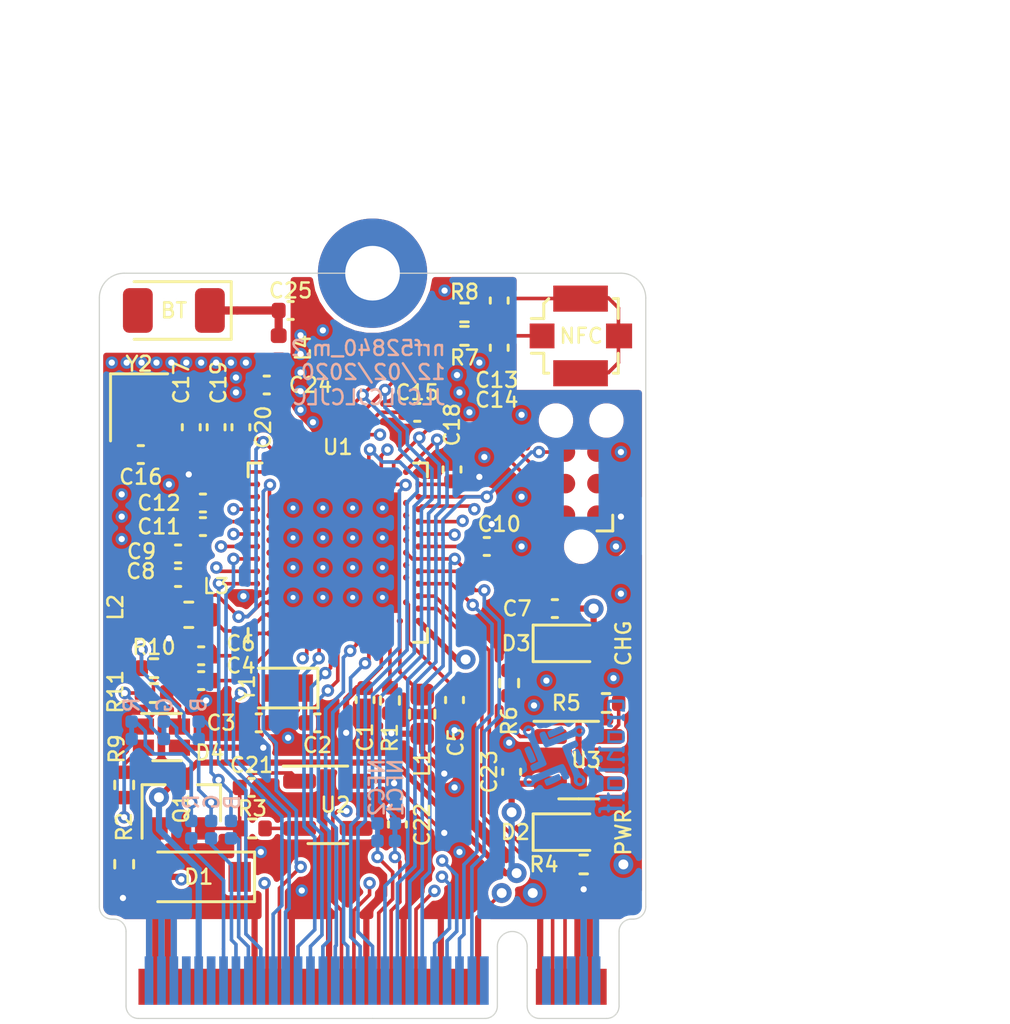
<source format=kicad_pcb>
(kicad_pcb (version 20171130) (host pcbnew 5.1.9-73d0e3b20d~88~ubuntu20.04.1)
  (title_block (title "nrf52840_m.2 module") (date 2020-12-02) (rev 0.1) (company "crohloff Engineering"))
  (layers (0 F.Cu signal) (1 In1.Cu signal) (2 In2.Cu signal) (31 B.Cu signal) (34 B.Paste user) (35 F.Paste user) (36 B.SilkS user) (37 F.SilkS user) (38 B.Mask user) (39 F.Mask user) (44 Edge.Cuts user))
  (net 0 "")
  (net 1 "Net-(J1-Pad1)")
  (net 2 "Net-(J1-Pad6)")
  (net 3 "Net-(J1-Pad8)")
  (net 4 "Net-(J1-Pad10)")
  (net 5 "Net-(J1-Pad20)")
  (net 6 "Net-(J1-Pad23)")
  (net 7 "Net-(J1-Pad25)")
  (net 8 "Net-(J1-Pad29)")
  (net 9 "Net-(J1-Pad35)")
  (net 10 "Net-(J1-Pad37)")
  (net 11 "Net-(J1-Pad47)")
  (net 12 "Net-(J1-Pad49)")
  (net 13 "Net-(J1-Pad58)")
  (net 14 "Net-(J1-Pad62)")
  (net 15 "Net-(J1-Pad63)")
  (net 16 "Net-(J1-Pad64)")
  (net 17 "Net-(J1-Pad65)")
  (net 18 "Net-(J1-Pad67)")
  (net 19 "Net-(J1-Pad68)")
  (net 20 "Net-(J1-Pad69)")
  (net 21 "Net-(J1-Pad75)")
  (net 22 "Net-(AE1-Pad1)")
  (net 23 "Net-(AE1-Pad2)")
  (net 24 "Net-(AE2-Pad1)")
  (net 25 "Net-(C2-Pad1)")
  (net 26 VDD_nRF)
  (net 27 "Net-(C4-Pad1)")
  (net 28 "Net-(C5-Pad1)")
  (net 29 VBUS_nRF)
  (net 30 "Net-(C20-Pad1)")
  (net 31 "Net-(C11-Pad1)")
  (net 32 "Net-(C16-Pad2)")
  (net 33 "Net-(C19-Pad1)")
  (net 34 SWDIO)
  (net 35 P1.18_RESET)
  (net 36 SWDCLK)
  (net 37 P1.00_SWO)
  (net 38 P0.09_NFC1)
  (net 39 P0.10_NFC2)
  (net 40 "Net-(L1-Pad2)")
  (net 41 "Net-(L2-Pad2)")
  (net 42 "Net-(L3-Pad2)")
  (net 43 "Net-(R1-Pad1)")
  (net 44 P1.02)
  (net 45 P1.04)
  (net 46 P1.06)
  (net 47 "Net-(U1-PadV23)")
  (net 48 "Net-(U1-PadT23)")
  (net 49 "Net-(U1-PadP23)")
  (net 50 P1.10)
  (net 51 P1.13)
  (net 52 P1.15)
  (net 53 P0.02_AIN0)
  (net 54 P0.29_AIN5)
  (net 55 "Net-(U1-PadB17)")
  (net 56 "Net-(U1-PadB15)")
  (net 57 "Net-(U1-PadB13)")
  (net 58 "Net-(U1-PadB11)")
  (net 59 "Net-(U1-PadB9)")
  (net 60 "Net-(U1-PadAC9)")
  (net 61 "Net-(U1-PadAC11)")
  (net 62 "Net-(U1-PadAC15)")
  (net 63 "Net-(U1-PadAC17)")
  (net 64 "Net-(U1-PadAC19)")
  (net 65 P0.24)
  (net 66 P0.22)
  (net 67 P0.20)
  (net 68 P0.15)
  (net 69 P0.13)
  (net 70 D+)
  (net 71 D-)
  (net 72 "Net-(U1-PadH2)")
  (net 73 "Net-(U1-PadK2)")
  (net 74 "Net-(U1-PadM2)")
  (net 75 "Net-(U1-PadP2)")
  (net 76 "Net-(U1-PadT2)")
  (net 77 P0.26)
  (net 78 P0.04_AIN2)
  (net 79 P0.06)
  (net 80 P0.08)
  (net 81 P1.09)
  (net 82 P0.12)
  (net 83 "Net-(U1-PadAC21)")
  (net 84 P0.31_AIN7)
  (net 85 "Net-(AE2-Pad2)")
  (net 86 "Net-(C3-Pad1)")
  (net 87 "Net-(C15-Pad1)")
  (net 88 "Net-(C17-Pad2)")
  (net 89 "Net-(C21-Pad1)")
  (net 90 VDD_BAT)
  (net 91 "Net-(D2-Pad2)")
  (net 92 "Net-(D3-Pad1)")
  (net 93 "Net-(R3-Pad1)")
  (net 94 "Net-(R5-Pad2)")
  (net 95 "Net-(R6-Pad1)")
  (net 96 "Net-(U2-Pad4)")
  (net 97 P1.11)
  (net 98 P1.01)
  (net 99 "Net-(D4-Pad1)")
  (net 100 "Net-(D4-Pad2)")
  (net 101 "Net-(D4-Pad3)")
  (net 102 "Net-(JP6-Pad2)")
  (net 103 "Net-(JP7-Pad2)")
  (net 104 "Net-(J1-Pad61)")
  (net 105 "Net-(J1-Pad59)")
  (net 106 "Net-(JP8-Pad2)")
  (net 107 VSS_PA)
  (net 108 ANT)
  (net 109 "Net-(J1-Pad60)")
  (module custom_footprints:crohloff_logo (layer B.Cu) (at 227.1 143.45 270)
    (fp_text reference G*** hide)
    (fp_text value LOGO hide)
    (fp_poly (pts (xy -0.254977 1.971439) (xy -0.182542 1.944938) (xy -0.085494 1.90587) (xy 0.013623 1.863551) (xy 0.132427 1.809905) (xy 0.210082 1.770233) (xy 0.252951 1.740526) (xy 0.267397 1.716773) (xy 0.265534 1.704801) (xy 0.244435 1.650348) (xy 0.223517 1.59385) (xy 0.191923 1.543203) (xy 0.156265 1.525777) (xy 0.116686 1.536241) (xy 0.042319 1.563163) (xy -0.055292 1.602167) (xy -0.1397 1.637972) (xy -0.244298 1.686499) (xy -0.329347 1.731761) (xy -0.384962 1.768134) (xy -0.401585 1.78689) (xy -0.395843 1.839365) (xy -0.36901 1.901958) (xy -0.331883 1.955531) (xy -0.295259 1.980944) (xy -0.291957 1.9812) (xy -0.254977 1.971439)) (layer B.Cu) (width 0.01))
    (fp_poly (pts (xy -0.981079 2.040291) (xy -0.925062 2.020086) (xy -0.845376 1.967848) (xy -0.807387 1.911795) (xy -0.792989 1.885701) (xy -0.766329 1.859317) (xy -0.721353 1.829356) (xy -0.652008 1.792534) (xy -0.552241 1.745566) (xy -0.415997 1.685166) (xy -0.287027 1.629416) (xy -0.140525 1.567009) (xy -0.010646 1.512705) (xy 0.095708 1.469308) (xy 0.171636 1.439618) (xy 0.210232 1.426438) (xy 0.213626 1.426216) (xy 0.226152 1.452603) (xy 0.251722 1.512389) (xy 0.279992 1.580888) (xy 0.318304 1.660307) (xy 0.357671 1.718828) (xy 0.384295 1.740946) (xy 0.433579 1.73974) (xy 0.496127 1.719166) (xy 0.552408 1.688203) (xy 0.582891 1.655828) (xy 0.5842 1.649053) (xy 0.574193 1.610254) (xy 0.54774 1.539241) (xy 0.510185 1.448088) (xy 0.466876 1.348869) (xy 0.423161 1.253656) (xy 0.384384 1.174524) (xy 0.355895 1.123545) (xy 0.346199 1.111639) (xy 0.30194 1.095236) (xy 0.2921 1.094811) (xy 0.262656 1.105116) (xy 0.19338 1.133107) (xy 0.090925 1.175979) (xy -0.038057 1.230926) (xy -0.186914 1.295145) (xy -0.3048 1.346482) (xy -0.486344 1.425381) (xy -0.628069 1.485556) (xy -0.736428 1.529253) (xy -0.817874 1.558715) (xy -0.87886 1.576185) (xy -0.925839 1.583909) (xy -0.965263 1.584128) (xy -0.982933 1.582289) (xy -1.05687 1.577938) (xy -1.108964 1.595519) (xy -1.165342 1.644037) (xy -1.167083 1.645775) (xy -1.229711 1.737177) (xy -1.245879 1.826) (xy -1.136602 1.826) (xy -1.123503 1.767593) (xy -1.082591 1.721147) (xy -1.017333 1.701807) (xy -1.016 1.7018) (xy -0.943469 1.720751) (xy -0.913887 1.75356) (xy -0.897295 1.825941) (xy -0.921533 1.885259) (xy -0.976683 1.920748) (xy -1.052827 1.921645) (xy -1.065501 1.918113) (xy -1.118424 1.881222) (xy -1.136602 1.826) (xy -1.245879 1.826) (xy -1.247105 1.83273) (xy -1.221052 1.921974) (xy -1.153336 1.994452) (xy -1.102856 2.021792) (xy -1.036664 2.043531) (xy -0.981079 2.040291)) (layer B.Cu) (width 0.01))
    (fp_poly (pts (xy 1.022744 1.169096) (xy 1.062969 1.153664) (xy 1.127405 1.124059) (xy 1.170473 1.099381) (xy 1.175378 1.095327) (xy 1.174645 1.064395) (xy 1.155001 0.999666) (xy 1.121433 0.912166) (xy 1.078929 0.812927) (xy 1.032477 0.712975) (xy 0.987065 0.623341) (xy 0.947679 0.555053) (xy 0.919309 0.51914) (xy 0.913523 0.516304) (xy 0.866143 0.522818) (xy 0.800458 0.545057) (xy 0.79375 0.547947) (xy 0.739053 0.57685) (xy 0.711825 0.600614) (xy 0.711149 0.603323) (xy 0.720669 0.635686) (xy 0.745953 0.702539) (xy 0.781996 0.792015) (xy 0.823794 0.892243) (xy 0.866342 0.991354) (xy 0.904636 1.077479) (xy 0.933671 1.138749) (xy 0.946428 1.161339) (xy 0.974057 1.177725) (xy 1.022744 1.169096)) (layer B.Cu) (width 0.01))
    (fp_poly (pts (xy -0.902342 1.038462) (xy -0.837412 1.014993) (xy -0.78439 0.988458) (xy -0.762007 0.965645) (xy -0.762 0.965336) (xy -0.771806 0.925845) (xy -0.797951 0.855207) (xy -0.835531 0.764256) (xy -0.879639 0.663829) (xy -0.925369 0.564759) (xy -0.967815 0.477883) (xy -1.002072 0.414034) (xy -1.023233 0.384049) (xy -1.025643 0.383072) (xy -1.066747 0.394035) (xy -1.129223 0.418038) (xy -1.13665 0.421245) (xy -1.191719 0.455121) (xy -1.218662 0.490913) (xy -1.2192 0.495507) (xy -1.209649 0.534086) (xy -1.184401 0.606412) (xy -1.148563 0.699987) (xy -1.107242 0.802311) (xy -1.065546 0.900885) (xy -1.028582 0.983209) (xy -1.001457 1.036786) (xy -0.993015 1.049055) (xy -0.960453 1.052079) (xy -0.902342 1.038462)) (layer B.Cu) (width 0.01))
    (fp_poly (pts (xy 1.095654 1.998113) (xy 1.138055 1.968764) (xy 1.194535 1.909639) (xy 1.216933 1.846291) (xy 1.2192 1.804568) (xy 1.205521 1.724469) (xy 1.170805 1.649072) (xy 1.124532 1.594023) (xy 1.079977 1.5748) (xy 1.059257 1.552065) (xy 1.022531 1.487428) (xy 0.972442 1.386239) (xy 0.911631 1.25385) (xy 0.842741 1.095612) (xy 0.838594 1.08585) (xy 0.776405 0.938815) (xy 0.721241 0.807521) (xy 0.676107 0.69919) (xy 0.644009 0.621048) (xy 0.627951 0.580317) (xy 0.626723 0.576532) (xy 0.645443 0.556017) (xy 0.698346 0.524669) (xy 0.749371 0.500332) (xy 0.843788 0.457475) (xy 0.900567 0.426109) (xy 0.929148 0.398635) (xy 0.938971 0.367455) (xy 0.9398 0.347053) (xy 0.927785 0.29245) (xy 0.899176 0.233503) (xy 0.865125 0.189664) (xy 0.843109 0.178385) (xy 0.813875 0.188006) (xy 0.748349 0.213603) (xy 0.65689 0.251038) (xy 0.5715 0.286943) (xy 0.451895 0.340018) (xy 0.373263 0.38105) (xy 0.328506 0.414422) (xy 0.310525 0.44452) (xy 0.309756 0.44861) (xy 0.317209 0.486309) (xy 0.342286 0.563446) (xy 0.382316 0.672888) (xy 0.434627 0.807503) (xy 0.496547 0.96016) (xy 0.542639 1.070302) (xy 0.618825 1.251164) (xy 0.676844 1.392152) (xy 0.718909 1.499924) (xy 0.747231 1.58114) (xy 0.764022 1.642457) (xy 0.771495 1.690535) (xy 0.771861 1.732032) (xy 0.769853 1.754303) (xy 0.766023 1.835642) (xy 0.766538 1.837456) (xy 0.879709 1.837456) (xy 0.884303 1.770124) (xy 0.901485 1.736664) (xy 0.957108 1.687535) (xy 1.02088 1.680259) (xy 1.076937 1.713197) (xy 1.102452 1.757433) (xy 1.109029 1.832404) (xy 1.072775 1.883627) (xy 0.998577 1.904781) (xy 0.988383 1.905) (xy 0.916364 1.886215) (xy 0.879709 1.837456) (xy 0.766538 1.837456) (xy 0.782105 1.892214) (xy 0.81637 1.93931) (xy 0.902619 2.006072) (xy 0.998876 2.025962) (xy 1.095654 1.998113)) (layer B.Cu) (width 0.01))
    (fp_poly (pts (xy -0.172593 0.04091) (xy -0.105477 0.01467) (xy -0.015802 -0.022772) (xy 0.0847 -0.066269) (xy 0.184293 -0.110674) (xy 0.271246 -0.150841) (xy 0.333823 -0.181621) (xy 0.359611 -0.197051) (xy 0.364459 -0.232647) (xy 0.34909 -0.291706) (xy 0.321345 -0.355341) (xy 0.289062 -0.404666) (xy 0.2667 -0.420883) (xy 0.234212 -0.413527) (xy 0.166164 -0.389382) (xy 0.07333 -0.352482) (xy -0.008295 -0.317901) (xy -0.11371 -0.270703) (xy -0.202706 -0.228251) (xy -0.264208 -0.195981) (xy -0.285583 -0.181777) (xy -0.297221 -0.145981) (xy -0.280361 -0.082868) (xy -0.26708 -0.051642) (xy -0.236015 0.010236) (xy -0.211604 0.046684) (xy -0.205414 0.0508) (xy -0.172593 0.04091)) (layer B.Cu) (width 0.01))
    (fp_poly (pts (xy -0.790903 1.348842) (xy -0.683067 1.309316) (xy -0.5969 1.273841) (xy -0.482228 1.222763) (xy -0.409142 1.182532) (xy -0.370746 1.148818) (xy -0.360608 1.125478) (xy -0.367905 1.088254) (xy -0.392498 1.011338) (xy -0.431793 0.901783) (xy -0.483195 0.766643) (xy -0.544112 0.612969) (xy -0.593302 0.492649) (xy -0.673938 0.295472) (xy -0.734881 0.140623) (xy -0.777491 0.024196) (xy -0.803128 -0.057714) (xy -0.813151 -0.109011) (xy -0.810545 -0.131215) (xy -0.787384 -0.223884) (xy -0.812352 -0.317418) (xy -0.861647 -0.382953) (xy -0.951996 -0.444287) (xy -1.047068 -0.457523) (xy -1.138861 -0.422477) (xy -1.177637 -0.390236) (xy -1.236224 -0.300975) (xy -1.246987 -0.204942) (xy -1.138215 -0.204942) (xy -1.129419 -0.26927) (xy -1.100964 -0.309149) (xy -1.044826 -0.350127) (xy -0.988421 -0.342981) (xy -0.9398 -0.3048) (xy -0.898807 -0.256477) (xy -0.894713 -0.216439) (xy -0.925779 -0.16201) (xy -0.928541 -0.158051) (xy -0.984186 -0.109345) (xy -1.046977 -0.110852) (xy -1.09655 -0.143636) (xy -1.138215 -0.204942) (xy -1.246987 -0.204942) (xy -1.247108 -0.203867) (xy -1.210785 -0.107111) (xy -1.156643 -0.043155) (xy -1.120012 -0.00256) (xy -1.080978 0.05601) (xy -1.036255 0.138961) (xy -0.982551 0.252703) (xy -0.916579 0.403644) (xy -0.867245 0.5207) (xy -0.665805 1.0033) (xy -0.82709 1.077333) (xy -0.909137 1.118197) (xy -0.970872 1.154945) (xy -0.99927 1.179799) (xy -0.999464 1.180263) (xy -0.997861 1.221601) (xy -0.979123 1.283734) (xy -0.976403 1.290381) (xy -0.950907 1.336784) (xy -0.916824 1.362228) (xy -0.866155 1.366364) (xy -0.790903 1.348842)) (layer B.Cu) (width 0.01))
    (fp_poly (pts (xy -0.32247 0.44768) (xy -0.248063 0.420925) (xy -0.140824 0.37965) (xy -0.007697 0.326565) (xy 0.144374 0.264384) (xy 0.261639 0.215528) (xy 0.445669 0.138797) (xy 0.589488 0.080354) (xy 0.699408 0.038078) (xy 0.781736 0.009849) (xy 0.842785 -0.006455) (xy 0.888863 -0.012952) (xy 0.92628 -0.011766) (xy 0.934469 -0.010606) (xy 1.007684 -0.006359) (xy 1.06561 -0.027826) (xy 1.11272 -0.063291) (xy 1.173744 -0.140716) (xy 1.194379 -0.226774) (xy 1.18069 -0.312267) (xy 1.138739 -0.387996) (xy 1.074591 -0.444761) (xy 0.994309 -0.473363) (xy 0.903957 -0.464603) (xy 0.860756 -0.445535) (xy 0.800918 -0.393761) (xy 0.764389 -0.337576) (xy 0.748453 -0.310775) (xy 0.720117 -0.283994) (xy 0.684534 -0.26122) (xy 0.857161 -0.26122) (xy 0.887037 -0.314048) (xy 0.938138 -0.346196) (xy 0.996907 -0.351462) (xy 1.049789 -0.323643) (xy 1.07232 -0.290127) (xy 1.087483 -0.215868) (xy 1.058573 -0.164495) (xy 0.988966 -0.140759) (xy 0.965341 -0.1397) (xy 0.898793 -0.150384) (xy 0.864572 -0.187644) (xy 0.862063 -0.193916) (xy 0.857161 -0.26122) (xy 0.684534 -0.26122) (xy 0.673104 -0.253905) (xy 0.601137 -0.217179) (xy 0.497942 -0.170488) (xy 0.357241 -0.110502) (xy 0.259232 -0.069657) (xy 0.113611 -0.009819) (xy -0.016713 0.042688) (xy -0.124232 0.084923) (xy -0.201436 0.113945) (xy -0.240816 0.126816) (xy -0.243492 0.127193) (xy -0.266913 0.105515) (xy -0.301203 0.049027) (xy -0.336841 -0.0254) (xy -0.376528 -0.110105) (xy -0.408875 -0.156775) (xy -0.442472 -0.175609) (xy -0.465185 -0.1778) (xy -0.531499 -0.161885) (xy -0.586387 -0.130336) (xy -0.645002 -0.082873) (xy -0.547343 0.155414) (xy -0.495167 0.280436) (xy -0.456382 0.365516) (xy -0.426254 0.418164) (xy -0.400046 0.445894) (xy -0.373023 0.456217) (xy -0.3571 0.4572) (xy -0.32247 0.44768)) (layer B.Cu) (width 0.01))
    (fp_poly (pts (xy 2.250492 -0.994804) (xy 2.280092 -1.011823) (xy 2.286 -1.0414) (xy 2.271117 -1.081235) (xy 2.2225 -1.0922) (xy 2.184813 -1.096317) (xy 2.166012 -1.117331) (xy 2.159601 -1.168231) (xy 2.159 -1.2192) (xy 2.161674 -1.295375) (xy 2.173026 -1.333366) (xy 2.19805 -1.345656) (xy 2.2098 -1.3462) (xy 2.252251 -1.36416) (xy 2.2606 -1.397) (xy 2.242639 -1.439451) (xy 2.2098 -1.4478) (xy 2.186679 -1.451286) (xy 2.171877 -1.467874) (xy 2.163557 -1.506758) (xy 2.159879 -1.577134) (xy 2.159004 -1.688196) (xy 2.159 -1.7018) (xy 2.159697 -1.817404) (xy 2.163014 -1.89141) (xy 2.170791 -1.933011) (xy 2.184866 -1.951403) (xy 2.207079 -1.955779) (xy 2.2098 -1.9558) (xy 2.252251 -1.97376) (xy 2.2606 -2.0066) (xy 2.255454 -2.034092) (xy 2.232533 -2.049419) (xy 2.180613 -2.056036) (xy 2.0955 -2.0574) (xy 2.00615 -2.055816) (xy 1.956336 -2.048764) (xy 1.934831 -2.032788) (xy 1.9304 -2.0066) (xy 1.94836 -1.964148) (xy 1.9812 -1.9558) (xy 2.00432 -1.952313) (xy 2.019122 -1.935725) (xy 2.027442 -1.896841) (xy 2.03112 -1.826465) (xy 2.031995 -1.715403) (xy 2.032 -1.7018) (xy 2.031302 -1.586195) (xy 2.027985 -1.512189) (xy 2.020208 -1.470588) (xy 2.006133 -1.452196) (xy 1.98392 -1.44782) (xy 1.9812 -1.4478) (xy 1.938748 -1.429839) (xy 1.9304 -1.397) (xy 1.94836 -1.354548) (xy 1.9812 -1.3462) (xy 2.013126 -1.338602) (xy 2.028105 -1.307153) (xy 2.031991 -1.23887) (xy 2.032 -1.233553) (xy 2.037673 -1.147091) (xy 2.051791 -1.071155) (xy 2.056771 -1.055753) (xy 2.081581 -1.012614) (xy 2.123597 -0.994033) (xy 2.183771 -0.9906) (xy 2.250492 -0.994804)) (layer B.Cu) (width 0.01))
    (fp_poly (pts (xy 1.796701 -0.995354) (xy 1.824254 -1.014328) (xy 1.8288 -1.0414) (xy 1.813917 -1.081235) (xy 1.7653 -1.0922) (xy 1.727613 -1.096317) (xy 1.708812 -1.117331) (xy 1.702401 -1.168231) (xy 1.7018 -1.2192) (xy 1.704474 -1.295375) (xy 1.715826 -1.333366) (xy 1.74085 -1.345656) (xy 1.7526 -1.3462) (xy 1.795051 -1.36416) (xy 1.8034 -1.397) (xy 1.785439 -1.439451) (xy 1.7526 -1.4478) (xy 1.729479 -1.451286) (xy 1.714677 -1.467874) (xy 1.706357 -1.506758) (xy 1.702679 -1.577134) (xy 1.701804 -1.688196) (xy 1.7018 -1.7018) (xy 1.702497 -1.817404) (xy 1.705814 -1.89141) (xy 1.713591 -1.933011) (xy 1.727666 -1.951403) (xy 1.749879 -1.955779) (xy 1.7526 -1.9558) (xy 1.795051 -1.97376) (xy 1.8034 -2.0066) (xy 1.798124 -2.034375) (xy 1.774728 -2.049707) (xy 1.72186 -2.056182) (xy 1.642533 -2.0574) (xy 1.556309 -2.054908) (xy 1.491636 -2.048416) (xy 1.464733 -2.040466) (xy 1.446594 -1.998092) (xy 1.470457 -1.96512) (xy 1.5113 -1.9558) (xy 1.540198 -1.954236) (xy 1.55865 -1.943342) (xy 1.568999 -1.91381) (xy 1.573589 -1.856333) (xy 1.574762 -1.761603) (xy 1.5748 -1.703566) (xy 1.574194 -1.588505) (xy 1.570977 -1.514642) (xy 1.563053 -1.47238) (xy 1.548324 -1.452118) (xy 1.524692 -1.44426) (xy 1.517909 -1.443216) (xy 1.467796 -1.421697) (xy 1.45061 -1.387217) (xy 1.467821 -1.356607) (xy 1.509437 -1.3462) (xy 1.546114 -1.343052) (xy 1.565642 -1.325515) (xy 1.573409 -1.281449) (xy 1.5748 -1.198879) (xy 1.580815 -1.09477) (xy 1.603447 -1.031422) (xy 1.649572 -0.99974) (xy 1.726068 -0.990627) (xy 1.73228 -0.9906) (xy 1.796701 -0.995354)) (layer B.Cu) (width 0.01))
    (fp_poly (pts (xy 1.202769 -1.34791) (xy 1.273955 -1.354101) (xy 1.313444 -1.366363) (xy 1.330746 -1.386284) (xy 1.330782 -1.386377) (xy 1.336969 -1.426947) (xy 1.341972 -1.506283) (xy 1.345227 -1.612352) (xy 1.3462 -1.715683) (xy 1.345046 -1.852984) (xy 1.337453 -1.94748) (xy 1.317218 -2.007169) (xy 1.27814 -2.040045) (xy 1.214018 -2.054104) (xy 1.11865 -2.057343) (xy 1.081169 -2.0574) (xy 0.981162 -2.053886) (xy 0.916726 -2.04103) (xy 0.872975 -2.015354) (xy 0.8636 -2.0066) (xy 0.839952 -1.976654) (xy 0.824914 -1.936503) (xy 0.81663 -1.874965) (xy 0.813248 -1.780862) (xy 0.8128 -1.70013) (xy 0.813908 -1.559995) (xy 0.82134 -1.462804) (xy 0.826152 -1.4478) (xy 0.9398 -1.4478) (xy 0.9398 -1.9558) (xy 1.2192 -1.9558) (xy 1.2192 -1.4478) (xy 0.9398 -1.4478) (xy 0.826152 -1.4478) (xy 0.841259 -1.400698) (xy 0.879826 -1.365822) (xy 0.943202 -1.350319) (xy 1.037551 -1.346331) (xy 1.090376 -1.3462) (xy 1.202769 -1.34791)) (layer B.Cu) (width 0.01))
    (fp_poly (pts (xy 0.6096 -1.4732) (xy 0.60979 -1.64074) (xy 0.610849 -1.764203) (xy 0.61351 -1.850312) (xy 0.618508 -1.905789) (xy 0.626576 -1.937357) (xy 0.638447 -1.951739) (xy 0.654856 -1.955656) (xy 0.662262 -1.9558) (xy 0.70274 -1.969468) (xy 0.706465 -2.00025) (xy 0.690233 -2.027154) (xy 0.646933 -2.043012) (xy 0.565432 -2.051582) (xy 0.552203 -2.052317) (xy 0.469789 -2.054906) (xy 0.426008 -2.049198) (xy 0.408908 -2.031547) (xy 0.4064 -2.007867) (xy 0.421986 -1.965502) (xy 0.4445 -1.9558) (xy 0.458617 -1.949228) (xy 0.468842 -1.925063) (xy 0.475764 -1.876628) (xy 0.479971 -1.797248) (xy 0.482053 -1.680247) (xy 0.4826 -1.524) (xy 0.48202 -1.363999) (xy 0.479887 -1.248114) (xy 0.475614 -1.169667) (xy 0.46861 -1.121984) (xy 0.458286 -1.098388) (xy 0.4445 -1.0922) (xy 0.413471 -1.071024) (xy 0.4064 -1.0414) (xy 0.41492 -1.008164) (xy 0.449356 -0.993476) (xy 0.508 -0.9906) (xy 0.6096 -0.9906) (xy 0.6096 -1.4732)) (layer B.Cu) (width 0.01))
    (fp_poly (pts (xy -0.2032 -1.475191) (xy -0.053776 -1.392416) (xy 0.033216 -1.347697) (xy 0.095305 -1.328404) (xy 0.136639 -1.339267) (xy 0.161368 -1.385018) (xy 0.173641 -1.470388) (xy 0.177606 -1.600108) (xy 0.1778 -1.656488) (xy 0.178488 -1.779161) (xy 0.181624 -1.860268) (xy 0.188813 -1.909035) (xy 0.20166 -1.934691) (xy 0.221771 -1.94646) (xy 0.2286 -1.94844) (xy 0.270105 -1.979496) (xy 0.2794 -2.009562) (xy 0.272413 -2.03734) (xy 0.243579 -2.051807) (xy 0.181088 -2.057006) (xy 0.1397 -2.0574) (xy 0.058616 -2.055024) (xy 0.016387 -2.045182) (xy 0.00118 -2.023801) (xy 0 -2.009317) (xy 0.017679 -1.961991) (xy 0.0381 -1.946614) (xy 0.056613 -1.928913) (xy 0.068268 -1.887147) (xy 0.074363 -1.812569) (xy 0.076196 -1.696428) (xy 0.0762 -1.689897) (xy 0.074562 -1.586023) (xy 0.070159 -1.504449) (xy 0.063758 -1.456188) (xy 0.059373 -1.4478) (xy 0.030454 -1.460499) (xy -0.026807 -1.493322) (xy -0.080327 -1.526647) (xy -0.2032 -1.605495) (xy -0.2032 -1.780647) (xy -0.201097 -1.875526) (xy -0.193287 -1.929586) (xy -0.177519 -1.952692) (xy -0.163238 -1.9558) (xy -0.132846 -1.974737) (xy -0.131726 -2.00025) (xy -0.149522 -2.028473) (xy -0.196808 -2.044688) (xy -0.273288 -2.052377) (xy -0.351157 -2.054821) (xy -0.39094 -2.047729) (xy -0.405066 -2.026951) (xy -0.4064 -2.007927) (xy -0.390828 -1.965515) (xy -0.3683 -1.9558) (xy -0.354183 -1.949228) (xy -0.343958 -1.925063) (xy -0.337036 -1.876628) (xy -0.332829 -1.797248) (xy -0.330747 -1.680247) (xy -0.3302 -1.524) (xy -0.33078 -1.363999) (xy -0.332913 -1.248114) (xy -0.337186 -1.169667) (xy -0.34419 -1.121984) (xy -0.354514 -1.098388) (xy -0.3683 -1.0922) (xy -0.399329 -1.071024) (xy -0.4064 -1.0414) (xy -0.39788 -1.008164) (xy -0.363444 -0.993476) (xy -0.3048 -0.9906) (xy -0.2032 -0.9906) (xy -0.2032 -1.475191)) (layer B.Cu) (width 0.01))
    (fp_poly (pts (xy -0.53892 -1.676133) (xy -0.536672 -1.822426) (xy -0.54093 -1.925506) (xy -0.556623 -1.992936) (xy -0.588679 -2.03228) (xy -0.642028 -2.0511) (xy -0.721598 -2.056959) (xy -0.7874 -2.0574) (xy -0.884559 -2.052588) (xy -0.9622 -2.039878) (xy -0.999276 -2.025383) (xy -1.017648 -2.005983) (xy -1.029628 -1.973798) (xy -1.036158 -1.919846) (xy -1.038177 -1.835145) (xy -1.036629 -1.710715) (xy -1.035881 -1.676133) (xy -1.030713 -1.4478) (xy -0.9398 -1.4478) (xy -0.9398 -1.684866) (xy -0.937976 -1.790181) (xy -0.933083 -1.875666) (xy -0.925991 -1.929032) (xy -0.921726 -1.940007) (xy -0.887844 -1.949035) (xy -0.8214 -1.952062) (xy -0.775676 -1.950591) (xy -0.6477 -1.9431) (xy -0.640431 -1.69545) (xy -0.633161 -1.4478) (xy -0.9398 -1.4478) (xy -1.030713 -1.4478) (xy -1.0287 -1.3589) (xy -0.5461 -1.3589) (xy -0.53892 -1.676133)) (layer B.Cu) (width 0.01))
    (fp_poly (pts (xy -1.53373 -1.35046) (xy -1.504353 -1.367678) (xy -1.4986 -1.397) (xy -1.493925 -1.436068) (xy -1.473557 -1.443272) (xy -1.427984 -1.418454) (xy -1.394624 -1.395307) (xy -1.316651 -1.358193) (xy -1.251003 -1.350857) (xy -1.206247 -1.361715) (xy -1.184078 -1.390705) (xy -1.174356 -1.45296) (xy -1.17329 -1.46685) (xy -1.171539 -1.535222) (xy -1.183008 -1.566753) (xy -1.212981 -1.574774) (xy -1.216053 -1.5748) (xy -1.260225 -1.554913) (xy -1.274663 -1.513356) (xy -1.2827 -1.451912) (xy -1.4986 -1.579958) (xy -1.4986 -1.767879) (xy -1.496559 -1.867583) (xy -1.489188 -1.925824) (xy -1.474618 -1.951823) (xy -1.4605 -1.9558) (xy -1.429472 -1.976975) (xy -1.4224 -2.0066) (xy -1.428464 -2.035957) (xy -1.454681 -2.05125) (xy -1.51309 -2.056858) (xy -1.5621 -2.0574) (xy -1.642833 -2.055195) (xy -1.68489 -2.045661) (xy -1.700311 -2.024422) (xy -1.7018 -2.0066) (xy -1.685919 -1.965228) (xy -1.6637 -1.9558) (xy -1.645934 -1.947406) (xy -1.634527 -1.916655) (xy -1.628227 -1.855191) (xy -1.625781 -1.754659) (xy -1.6256 -1.7018) (xy -1.62686 -1.583354) (xy -1.631472 -1.50731) (xy -1.640692 -1.465311) (xy -1.655772 -1.449002) (xy -1.6637 -1.4478) (xy -1.694729 -1.426624) (xy -1.7018 -1.397) (xy -1.69328 -1.363764) (xy -1.658844 -1.349076) (xy -1.6002 -1.3462) (xy -1.53373 -1.35046)) (layer B.Cu) (width 0.01))
    (fp_poly (pts (xy -1.8034 -1.4351) (xy -1.809083 -1.496371) (xy -1.831267 -1.521094) (xy -1.8542 -1.524) (xy -1.895572 -1.508118) (xy -1.905 -1.4859) (xy -1.918596 -1.46194) (xy -1.965669 -1.450238) (xy -2.032 -1.4478) (xy -2.159 -1.4478) (xy -2.159 -1.9558) (xy -2.032 -1.9558) (xy -1.956023 -1.95324) (xy -1.918119 -1.942075) (xy -1.905677 -1.917075) (xy -1.905 -1.903137) (xy -1.891314 -1.862644) (xy -1.86055 -1.858898) (xy -1.825829 -1.885962) (xy -1.808922 -1.954619) (xy -1.808217 -1.962361) (xy -1.800334 -2.0574) (xy -1.998717 -2.056627) (xy -2.099483 -2.053055) (xy -2.184276 -2.044318) (xy -2.237023 -2.032183) (xy -2.24155 -2.029965) (xy -2.260848 -2.012444) (xy -2.273699 -1.980552) (xy -2.281347 -1.925222) (xy -2.285033 -1.837388) (xy -2.286 -1.707981) (xy -2.286 -1.705617) (xy -2.283142 -1.548576) (xy -2.274592 -1.441119) (xy -2.260386 -1.383643) (xy -2.255521 -1.37668) (xy -2.212531 -1.360211) (xy -2.127319 -1.349702) (xy -2.014221 -1.3462) (xy -1.8034 -1.3462) (xy -1.8034 -1.4351)) (layer B.Cu) (width 0.01))
  )
  (module custom_footprints:Nordic_AQFN-73-1EP_7x7mm_P0.5mm (layer F.Cu) (at 217.6 135.25 90)
    (fp_text reference U1 (at 4.25 0 180) (layer F.SilkS) (effects (font (size 0.6 0.6) (thickness 0.1))))
    (fp_text value nRF52840 hide)
    (pad EP smd rect (at 0 0 270) (size 4.85 4.85) (layers F.Cu F.Mask) (net 107 VSS_PA))
    (pad B24 smd circle (at 3.25 -2.75 270) (size 0.25 0.25) (layers F.Cu F.Paste F.Mask) (net 88 "Net-(C17-Pad2)"))
    (pad D23 smd circle (at 2.75 -2 270) (size 0.25 0.25) (layers F.Cu F.Paste F.Mask) (net 33 "Net-(C19-Pad1)"))
    (pad A8 smd circle (at -1.25 -3.25 270) (size 0.25 0.25) (layers F.Cu F.Paste F.Mask) (net 84 P0.31_AIN7))
    (pad B3 smd circle (at -2.5 -2.75 270) (size 0.25 0.25) (layers F.Cu F.Paste F.Mask) (net 42 "Net-(L3-Pad2)"))
    (pad AC21 smd circle (at 2 2.75 270) (size 0.25 0.25) (layers F.Cu F.Paste F.Mask) (net 83 "Net-(U1-PadAC21)"))
    (pad AD23 smd circle (at 2.75 3.25 270) (size 0.25 0.25) (layers F.Cu F.Paste F.Mask) (net 26 VDD_nRF))
    (pad AD2 smd circle (at -2.75 3.25 270) (size 0.25 0.25) (layers F.Cu F.Paste F.Mask) (net 29 VBUS_nRF))
    (pad AB2 smd circle (at -2.75 2.5 270) (size 0.25 0.25) (layers F.Cu F.Paste F.Mask) (net 40 "Net-(L1-Pad2)"))
    (pad Y2 smd circle (at -2.75 2 270) (size 0.25 0.25) (layers F.Cu F.Paste F.Mask) (net 43 "Net-(R1-Pad1)"))
    (pad W1 smd circle (at -3.25 1.75 270) (size 0.25 0.25) (layers F.Cu F.Paste F.Mask) (net 26 VDD_nRF))
    (pad U1 smd circle (at -3.25 1.25 270) (size 0.25 0.25) (layers F.Cu F.Paste F.Mask) (net 82 P0.12))
    (pad R1 smd circle (at -3.25 0.75 270) (size 0.25 0.25) (layers F.Cu F.Paste F.Mask) (net 81 P1.09))
    (pad N1 smd circle (at -3.25 0.25 270) (size 0.25 0.25) (layers F.Cu F.Paste F.Mask) (net 80 P0.08))
    (pad L1 smd circle (at -3.25 -0.25 270) (size 0.25 0.25) (layers F.Cu F.Paste F.Mask) (net 79 P0.06))
    (pad J1 smd circle (at -3.25 -0.75 270) (size 0.25 0.25) (layers F.Cu F.Paste F.Mask) (net 78 P0.04_AIN2))
    (pad G1 smd circle (at -3.25 -1.25 270) (size 0.25 0.25) (layers F.Cu F.Paste F.Mask) (net 77 P0.26))
    (pad T2 smd circle (at -2.75 1 270) (size 0.25 0.25) (layers F.Cu F.Paste F.Mask) (net 76 "Net-(U1-PadT2)"))
    (pad P2 smd circle (at -2.75 0.5 270) (size 0.25 0.25) (layers F.Cu F.Paste F.Mask) (net 75 "Net-(U1-PadP2)"))
    (pad M2 smd circle (at -2.75 0 270) (size 0.25 0.25) (layers F.Cu F.Paste F.Mask) (net 74 "Net-(U1-PadM2)"))
    (pad K2 smd circle (at -2.75 -0.5 270) (size 0.25 0.25) (layers F.Cu F.Paste F.Mask) (net 73 "Net-(U1-PadK2)"))
    (pad H2 smd circle (at -2.75 -1 270) (size 0.25 0.25) (layers F.Cu F.Paste F.Mask) (net 72 "Net-(U1-PadH2)"))
    (pad F2 smd circle (at -2.75 -1.5 270) (size 0.25 0.25) (layers F.Cu F.Paste F.Mask) (net 25 "Net-(C2-Pad1)"))
    (pad C1 smd circle (at -3.25 -2.25 270) (size 0.25 0.25) (layers F.Cu F.Paste F.Mask) (net 27 "Net-(C4-Pad1)"))
    (pad D2 smd circle (at -2.75 -2 270) (size 0.25 0.25) (layers F.Cu F.Paste F.Mask) (net 86 "Net-(C3-Pad1)"))
    (pad B1 smd circle (at -3.25 -2.75 270) (size 0.25 0.25) (layers F.Cu F.Paste F.Mask) (net 26 VDD_nRF))
    (pad AD4 smd circle (at -2.25 3.25 270) (size 0.25 0.25) (layers F.Cu F.Paste F.Mask) (net 71 D-))
    (pad AD6 smd circle (at -1.75 3.25 270) (size 0.25 0.25) (layers F.Cu F.Paste F.Mask) (net 70 D+))
    (pad AD8 smd circle (at -1.25 3.25 270) (size 0.25 0.25) (layers F.Cu F.Paste F.Mask) (net 69 P0.13))
    (pad AD10 smd circle (at -0.75 3.25 270) (size 0.25 0.25) (layers F.Cu F.Paste F.Mask) (net 68 P0.15))
    (pad AD14 smd circle (at 0.25 3.25 270) (size 0.25 0.25) (layers F.Cu F.Paste F.Mask) (net 26 VDD_nRF))
    (pad AD16 smd circle (at 0.75 3.25 270) (size 0.25 0.25) (layers F.Cu F.Paste F.Mask) (net 67 P0.20))
    (pad AD18 smd circle (at 1.25 3.25 270) (size 0.25 0.25) (layers F.Cu F.Paste F.Mask) (net 66 P0.22))
    (pad AD20 smd circle (at 1.75 3.25 270) (size 0.25 0.25) (layers F.Cu F.Paste F.Mask) (net 65 P0.24))
    (pad AD22 smd circle (at 2.25 3.25 270) (size 0.25 0.25) (layers F.Cu F.Paste F.Mask) (net 37 P1.00_SWO))
    (pad AC19 smd circle (at 1.5 2.75 270) (size 0.25 0.25) (layers F.Cu F.Paste F.Mask) (net 64 "Net-(U1-PadAC19)"))
    (pad AC17 smd circle (at 1 2.75 270) (size 0.25 0.25) (layers F.Cu F.Paste F.Mask) (net 63 "Net-(U1-PadAC17)"))
    (pad AC15 smd circle (at 0.5 2.75 270) (size 0.25 0.25) (layers F.Cu F.Paste F.Mask) (net 62 "Net-(U1-PadAC15)"))
    (pad AC13 smd circle (at 0 2.75 270) (size 0.25 0.25) (layers F.Cu F.Paste F.Mask) (net 35 P1.18_RESET))
    (pad AC11 smd circle (at -0.5 2.75 270) (size 0.25 0.25) (layers F.Cu F.Paste F.Mask) (net 61 "Net-(U1-PadAC11)"))
    (pad AC9 smd circle (at -1 2.75 270) (size 0.25 0.25) (layers F.Cu F.Paste F.Mask) (net 60 "Net-(U1-PadAC9)"))
    (pad AC5 smd circle (at -2 2.75 270) (size 0.25 0.25) (layers F.Cu F.Paste F.Mask) (net 28 "Net-(C5-Pad1)"))
    (pad B5 smd circle (at -2 -2.75 270) (size 0.25 0.25) (layers F.Cu F.Paste F.Mask) (net 30 "Net-(C20-Pad1)"))
    (pad B7 smd circle (at -1.5 -2.75 270) (size 0.25 0.25) (layers F.Cu F.Paste F.Mask) (net 107 VSS_PA))
    (pad B9 smd circle (at -1 -2.75 270) (size 0.25 0.25) (layers F.Cu F.Paste F.Mask) (net 59 "Net-(U1-PadB9)"))
    (pad B11 smd circle (at -0.5 -2.75 270) (size 0.25 0.25) (layers F.Cu F.Paste F.Mask) (net 58 "Net-(U1-PadB11)"))
    (pad B13 smd circle (at 0 -2.75 270) (size 0.25 0.25) (layers F.Cu F.Paste F.Mask) (net 57 "Net-(U1-PadB13)"))
    (pad B15 smd circle (at 0.5 -2.75 270) (size 0.25 0.25) (layers F.Cu F.Paste F.Mask) (net 56 "Net-(U1-PadB15)"))
    (pad B17 smd circle (at 1 -2.75 270) (size 0.25 0.25) (layers F.Cu F.Paste F.Mask) (net 55 "Net-(U1-PadB17)"))
    (pad B19 smd circle (at 1.5 -2.75 270) (size 0.25 0.25) (layers F.Cu F.Paste F.Mask) (net 97 P1.11))
    (pad A10 smd circle (at -0.75 -3.25 270) (size 0.25 0.25) (layers F.Cu F.Paste F.Mask) (net 54 P0.29_AIN5))
    (pad A12 smd circle (at -0.25 -3.25 270) (size 0.25 0.25) (layers F.Cu F.Paste F.Mask) (net 53 P0.02_AIN0))
    (pad A14 smd circle (at 0.25 -3.25 270) (size 0.25 0.25) (layers F.Cu F.Paste F.Mask) (net 52 P1.15))
    (pad A16 smd circle (at 0.75 -3.25 270) (size 0.25 0.25) (layers F.Cu F.Paste F.Mask) (net 51 P1.13))
    (pad A18 smd circle (at 1.25 -3.25 270) (size 0.25 0.25) (layers F.Cu F.Paste F.Mask) (net 31 "Net-(C11-Pad1)"))
    (pad A20 smd circle (at 1.75 -3.25 270) (size 0.25 0.25) (layers F.Cu F.Paste F.Mask) (net 50 P1.10))
    (pad A22 smd circle (at 2.25 -3.25 270) (size 0.25 0.25) (layers F.Cu F.Paste F.Mask) (net 26 VDD_nRF))
    (pad A23 smd circle (at 2.75 -3.25 270) (size 0.25 0.25) (layers F.Cu F.Paste F.Mask) (net 32 "Net-(C16-Pad2)"))
    (pad F23 smd circle (at 2.75 -1.5 270) (size 0.25 0.25) (layers F.Cu F.Paste F.Mask) (net 107 VSS_PA))
    (pad H23 smd circle (at 2.75 -1 270) (size 0.25 0.25) (layers F.Cu F.Paste F.Mask) (net 108 ANT))
    (pad P23 smd circle (at 2.75 0.5 270) (size 0.25 0.25) (layers F.Cu F.Paste F.Mask) (net 49 "Net-(U1-PadP23)"))
    (pad T23 smd circle (at 2.75 1 270) (size 0.25 0.25) (layers F.Cu F.Paste F.Mask) (net 48 "Net-(U1-PadT23)"))
    (pad V23 smd circle (at 2.75 1.5 270) (size 0.25 0.25) (layers F.Cu F.Paste F.Mask) (net 47 "Net-(U1-PadV23)"))
    (pad Y23 smd circle (at 2.75 2 270) (size 0.25 0.25) (layers F.Cu F.Paste F.Mask) (net 98 P1.01))
    (pad E24 smd circle (at 3.25 -1.75 270) (size 0.25 0.25) (layers F.Cu F.Paste F.Mask) (net 30 "Net-(C20-Pad1)"))
    (pad J24 smd circle (at 3.25 -0.75 270) (size 0.25 0.25) (layers F.Cu F.Paste F.Mask) (net 39 P0.10_NFC2))
    (pad L24 smd circle (at 3.25 -0.25 270) (size 0.25 0.25) (layers F.Cu F.Paste F.Mask) (net 38 P0.09_NFC1))
    (pad N24 smd circle (at 3.25 0.25 270) (size 0.25 0.25) (layers F.Cu F.Paste F.Mask) (net 87 "Net-(C15-Pad1)"))
    (pad R24 smd circle (at 3.25 0.75 270) (size 0.25 0.25) (layers F.Cu F.Paste F.Mask) (net 46 P1.06))
    (pad U24 smd circle (at 3.25 1.25 270) (size 0.25 0.25) (layers F.Cu F.Paste F.Mask) (net 45 P1.04))
    (pad W24 smd circle (at 3.25 1.75 270) (size 0.25 0.25) (layers F.Cu F.Paste F.Mask) (net 44 P1.02))
    (pad AA24 smd circle (at 3.25 2.25 270) (size 0.25 0.25) (layers F.Cu F.Paste F.Mask) (net 36 SWDCLK))
    (pad AC24 smd circle (at 3.25 2.75 270) (size 0.25 0.25) (layers F.Cu F.Paste F.Mask) (net 34 SWDIO))
    (pad EP thru_hole circle (at -1.8 -1.8 90) (size 0.5 0.5) (drill 0.2) (layers *.Cu *.Mask) (net 107 VSS_PA))
    (pad EP thru_hole circle (at -0.6 -1.8 90) (size 0.5 0.5) (drill 0.2) (layers *.Cu *.Mask) (net 107 VSS_PA))
    (pad EP thru_hole circle (at 0.6 -1.8 90) (size 0.5 0.5) (drill 0.2) (layers *.Cu *.Mask) (net 107 VSS_PA))
    (pad EP thru_hole circle (at 1.8 -1.8 90) (size 0.5 0.5) (drill 0.2) (layers *.Cu *.Mask) (net 107 VSS_PA))
    (pad EP thru_hole circle (at -1.8 -0.6 90) (size 0.5 0.5) (drill 0.2) (layers *.Cu *.Mask) (net 107 VSS_PA))
    (pad EP thru_hole circle (at -0.6 -0.6 90) (size 0.5 0.5) (drill 0.2) (layers *.Cu *.Mask) (net 107 VSS_PA))
    (pad EP thru_hole circle (at 0.6 -0.6 90) (size 0.5 0.5) (drill 0.2) (layers *.Cu *.Mask) (net 107 VSS_PA))
    (pad EP thru_hole circle (at 1.8 -0.6 90) (size 0.5 0.5) (drill 0.2) (layers *.Cu *.Mask) (net 107 VSS_PA))
    (pad EP thru_hole circle (at -1.8 0.6 90) (size 0.5 0.5) (drill 0.2) (layers *.Cu *.Mask) (net 107 VSS_PA))
    (pad EP thru_hole circle (at -0.6 0.6 90) (size 0.5 0.5) (drill 0.2) (layers *.Cu *.Mask) (net 107 VSS_PA))
    (pad EP thru_hole circle (at 0.6 0.6 90) (size 0.5 0.5) (drill 0.2) (layers *.Cu *.Mask) (net 107 VSS_PA))
    (pad EP thru_hole circle (at 1.8 0.6 90) (size 0.5 0.5) (drill 0.2) (layers *.Cu *.Mask) (net 107 VSS_PA))
    (pad EP thru_hole circle (at -1.8 1.8 90) (size 0.5 0.5) (drill 0.2) (layers *.Cu *.Mask) (net 107 VSS_PA))
    (pad EP thru_hole circle (at -0.6 1.8 90) (size 0.5 0.5) (drill 0.2) (layers *.Cu *.Mask) (net 107 VSS_PA))
    (pad EP thru_hole circle (at 0.6 1.8 90) (size 0.5 0.5) (drill 0.2) (layers *.Cu *.Mask) (net 107 VSS_PA))
    (pad EP thru_hole circle (at 1.8 1.8 90) (size 0.5 0.5) (drill 0.2) (layers *.Cu *.Mask) (net 107 VSS_PA))
  )
  (module custom_footprints:solder_bridge_closed (layer B.Cu) (at 210.6 142.4 270)
    (fp_text reference JP8 hide)
    (fp_text value LED_B hide)
    (fp_poly (pts (xy 0.15 -0.1) (xy -0.15 -0.1) (xy -0.15 0.1) (xy 0.15 0.1)) (layer B.Cu) (width 0))
    (pad 2 connect roundrect (at 0.35 0 270) (size 0.5 0.5) (layers B.Cu B.Mask) (net 106 "Net-(JP8-Pad2)"))
    (pad 1 connect roundrect (at -0.35 0 270) (size 0.5 0.5) (layers B.Cu B.Mask) (net 52 P1.15))
  )
  (module Capacitor_SMD:C_0402_1005Metric (layer F.Cu) (at 216.78 142.1)
    (fp_text reference C2 (at 0 0.9) (layer F.SilkS) (effects (font (size 0.6 0.6) (thickness 0.1))))
    (fp_text value 7pF hide)
    (pad 2 smd roundrect (at 0.48 0) (size 0.56 0.62) (layers F.Cu F.Paste F.Mask) (net 107 VSS_PA))
    (pad 1 smd roundrect (at -0.48 0) (size 0.56 0.62) (layers F.Cu F.Paste F.Mask) (net 25 "Net-(C2-Pad1)"))
  )
  (module Capacitor_SMD:C_0402_1005Metric (layer F.Cu) (at 214.42 142.1 180)
    (fp_text reference C3 (at 1.52 0) (layer F.SilkS) (effects (font (size 0.6 0.6) (thickness 0.1))))
    (fp_text value 7pF hide)
    (pad 2 smd roundrect (at 0.48 0 180) (size 0.56 0.62) (layers F.Cu F.Paste F.Mask) (net 107 VSS_PA))
    (pad 1 smd roundrect (at -0.48 0 180) (size 0.56 0.62) (layers F.Cu F.Paste F.Mask) (net 86 "Net-(C3-Pad1)"))
  )
  (module Capacitor_SMD:C_0402_1005Metric (layer F.Cu) (at 218.7 141.18 270)
    (fp_text reference C1 (at 1.5 0 90) (layer F.SilkS) (effects (font (size 0.6 0.6) (thickness 0.1))))
    (fp_text value 4.7uF hide)
    (pad 2 smd roundrect (at 0.48 0 270) (size 0.56 0.62) (layers F.Cu F.Paste F.Mask) (net 107 VSS_PA))
    (pad 1 smd roundrect (at -0.48 0 270) (size 0.56 0.62) (layers F.Cu F.Paste F.Mask) (net 26 VDD_nRF))
  )
  (module Capacitor_SMD:C_0402_1005Metric (layer F.Cu) (at 212.1 140.4 180)
    (fp_text reference C4 (at -1.6 0.6) (layer F.SilkS) (effects (font (size 0.6 0.6) (thickness 0.1))))
    (fp_text value 100nF hide)
    (pad 2 smd roundrect (at 0.48 0 180) (size 0.56 0.62) (layers F.Cu F.Paste F.Mask) (net 107 VSS_PA))
    (pad 1 smd roundrect (at -0.48 0 180) (size 0.56 0.62) (layers F.Cu F.Paste F.Mask) (net 27 "Net-(C4-Pad1)"))
  )
  (module Capacitor_SMD:C_0402_1005Metric (layer F.Cu) (at 222.3 141.18 270)
    (fp_text reference C5 (at 1.7 -0.05 90) (layer F.SilkS) (effects (font (size 0.6 0.6) (thickness 0.1))))
    (fp_text value 4.7uF hide)
    (pad 2 smd roundrect (at 0.48 0 270) (size 0.56 0.62) (layers F.Cu F.Paste F.Mask) (net 107 VSS_PA))
    (pad 1 smd roundrect (at -0.48 0 270) (size 0.56 0.62) (layers F.Cu F.Paste F.Mask) (net 28 "Net-(C5-Pad1)"))
  )
  (module Capacitor_SMD:C_0402_1005Metric (layer F.Cu) (at 212.1 139.4 180)
    (fp_text reference C6 (at -1.6 0.5) (layer F.SilkS) (effects (font (size 0.6 0.6) (thickness 0.1))))
    (fp_text value 1uF hide)
    (pad 2 smd roundrect (at 0.48 0 180) (size 0.56 0.62) (layers F.Cu F.Paste F.Mask) (net 107 VSS_PA))
    (pad 1 smd roundrect (at -0.48 0 180) (size 0.56 0.62) (layers F.Cu F.Paste F.Mask) (net 26 VDD_nRF))
  )
  (module Capacitor_SMD:C_0402_1005Metric (layer F.Cu) (at 226.34 137.5 180)
    (fp_text reference C7 (at 1.52 0) (layer F.SilkS) (effects (font (size 0.6 0.6) (thickness 0.1))))
    (fp_text value 4.7uF hide)
    (pad 2 smd roundrect (at 0.48 0 180) (size 0.56 0.62) (layers F.Cu F.Paste F.Mask) (net 107 VSS_PA))
    (pad 1 smd roundrect (at -0.48 0 180) (size 0.56 0.62) (layers F.Cu F.Paste F.Mask) (net 29 VBUS_nRF))
  )
  (module Capacitor_SMD:C_0402_1005Metric (layer F.Cu) (at 211.17 136.25 180)
    (fp_text reference C8 (at 1.5 0.25) (layer F.SilkS) (effects (font (size 0.6 0.6) (thickness 0.1))))
    (fp_text value 1uF hide)
    (pad 2 smd roundrect (at 0.48 0 180) (size 0.56 0.62) (layers F.Cu F.Paste F.Mask) (net 107 VSS_PA))
    (pad 1 smd roundrect (at -0.48 0 180) (size 0.56 0.62) (layers F.Cu F.Paste F.Mask) (net 30 "Net-(C20-Pad1)"))
  )
  (module Capacitor_SMD:C_0402_1005Metric (layer F.Cu) (at 211.17 135.3 180)
    (fp_text reference C9 (at 1.47 0.1) (layer F.SilkS) (effects (font (size 0.6 0.6) (thickness 0.1))))
    (fp_text value 47nF hide)
    (pad 2 smd roundrect (at 0.48 0 180) (size 0.56 0.62) (layers F.Cu F.Paste F.Mask) (net 107 VSS_PA))
    (pad 1 smd roundrect (at -0.48 0 180) (size 0.56 0.62) (layers F.Cu F.Paste F.Mask) (net 30 "Net-(C20-Pad1)"))
  )
  (module Capacitor_SMD:C_0402_1005Metric (layer F.Cu) (at 223.6 135)
    (fp_text reference C10 (at 0.5 -0.9) (layer F.SilkS) (effects (font (size 0.6 0.6) (thickness 0.1))))
    (fp_text value 100nF hide)
    (pad 2 smd roundrect (at 0.48 0) (size 0.56 0.62) (layers F.Cu F.Paste F.Mask) (net 107 VSS_PA))
    (pad 1 smd roundrect (at -0.48 0) (size 0.56 0.62) (layers F.Cu F.Paste F.Mask) (net 26 VDD_nRF))
  )
  (module Capacitor_SMD:C_0402_1005Metric (layer F.Cu) (at 212.17 134.2 180)
    (fp_text reference C11 (at 1.77 0) (layer F.SilkS) (effects (font (size 0.6 0.6) (thickness 0.1))))
    (fp_text value N.C. hide)
    (pad 2 smd roundrect (at 0.48 0 180) (size 0.56 0.62) (layers F.Cu F.Paste F.Mask) (net 107 VSS_PA))
    (pad 1 smd roundrect (at -0.48 0 180) (size 0.56 0.62) (layers F.Cu F.Paste F.Mask) (net 31 "Net-(C11-Pad1)"))
  )
  (module Capacitor_SMD:C_0402_1005Metric (layer F.Cu) (at 212.17 133.25 180)
    (fp_text reference C12 (at 1.77 0) (layer F.SilkS) (effects (font (size 0.6 0.6) (thickness 0.1))))
    (fp_text value 100nF hide)
    (pad 2 smd roundrect (at 0.48 0 180) (size 0.56 0.62) (layers F.Cu F.Paste F.Mask) (net 107 VSS_PA))
    (pad 1 smd roundrect (at -0.48 0 180) (size 0.56 0.62) (layers F.Cu F.Paste F.Mask) (net 26 VDD_nRF))
  )
  (module Capacitor_SMD:C_0402_1005Metric (layer F.Cu) (at 209.67 131.3)
    (fp_text reference C16 (at 0 0.9) (layer F.SilkS) (effects (font (size 0.6 0.6) (thickness 0.1))))
    (fp_text value 8pF hide)
    (pad 2 smd roundrect (at 0.48 0) (size 0.56 0.62) (layers F.Cu F.Paste F.Mask) (net 32 "Net-(C16-Pad2)"))
    (pad 1 smd roundrect (at -0.48 0) (size 0.56 0.62) (layers F.Cu F.Paste F.Mask) (net 107 VSS_PA))
  )
  (module Capacitor_SMD:C_0402_1005Metric (layer F.Cu) (at 211.7 130.2 270)
    (fp_text reference C17 (at -1.8 0.4 90) (layer F.SilkS) (effects (font (size 0.6 0.6) (thickness 0.1))))
    (fp_text value 8pF hide)
    (pad 2 smd roundrect (at 0.48 0 270) (size 0.56 0.62) (layers F.Cu F.Paste F.Mask) (net 88 "Net-(C17-Pad2)"))
    (pad 1 smd roundrect (at -0.48 0 270) (size 0.56 0.62) (layers F.Cu F.Paste F.Mask) (net 107 VSS_PA))
  )
  (module Capacitor_SMD:C_0402_1005Metric (layer F.Cu) (at 220.8 129.6)
    (fp_text reference C15 (at 0 -0.8) (layer F.SilkS) (effects (font (size 0.6 0.6) (thickness 0.1))))
    (fp_text value 820pF hide)
    (pad 2 smd roundrect (at 0.48 0) (size 0.56 0.62) (layers F.Cu F.Paste F.Mask) (net 107 VSS_PA))
    (pad 1 smd roundrect (at -0.48 0) (size 0.56 0.62) (layers F.Cu F.Paste F.Mask) (net 87 "Net-(C15-Pad1)"))
  )
  (module Capacitor_SMD:C_0402_1005Metric (layer F.Cu) (at 222.2 131.9 90)
    (fp_text reference C18 (at 1.8 0 90) (layer F.SilkS) (effects (font (size 0.6 0.6) (thickness 0.1))))
    (fp_text value 100nF hide)
    (pad 2 smd roundrect (at 0.48 0 90) (size 0.56 0.62) (layers F.Cu F.Paste F.Mask) (net 107 VSS_PA))
    (pad 1 smd roundrect (at -0.48 0 90) (size 0.56 0.62) (layers F.Cu F.Paste F.Mask) (net 26 VDD_nRF))
  )
  (module Capacitor_SMD:C_0402_1005Metric (layer F.Cu) (at 212.7 130.2 90)
    (fp_text reference C19 (at 1.8 0.1 90) (layer F.SilkS) (effects (font (size 0.6 0.6) (thickness 0.1))))
    (fp_text value 100pF hide)
    (pad 2 smd roundrect (at 0.48 0 90) (size 0.56 0.62) (layers F.Cu F.Paste F.Mask) (net 107 VSS_PA))
    (pad 1 smd roundrect (at -0.48 0 90) (size 0.56 0.62) (layers F.Cu F.Paste F.Mask) (net 33 "Net-(C19-Pad1)"))
  )
  (module Capacitor_SMD:C_0402_1005Metric (layer F.Cu) (at 213.7 130.2 90)
    (fp_text reference C20 (at 0 0.9 90) (layer F.SilkS) (effects (font (size 0.6 0.6) (thickness 0.1))))
    (fp_text value N.C. hide)
    (pad 2 smd roundrect (at 0.48 0 90) (size 0.56 0.62) (layers F.Cu F.Paste F.Mask) (net 107 VSS_PA))
    (pad 1 smd roundrect (at -0.48 0 90) (size 0.56 0.62) (layers F.Cu F.Paste F.Mask) (net 30 "Net-(C20-Pad1)"))
  )
  (module Inductor_SMD:L_0603_1608Metric (layer F.Cu) (at 221 141.75 90)
    (fp_text reference L1 (at -2 0 90) (layer F.SilkS) (effects (font (size 0.6 0.6) (thickness 0.1))))
    (fp_text value 10uH hide)
    (pad 2 smd roundrect (at 0.7875 0 90) (size 0.875 0.95) (layers F.Cu F.Paste F.Mask) (net 40 "Net-(L1-Pad2)"))
    (pad 1 smd roundrect (at -0.7875 0 90) (size 0.875 0.95) (layers F.Cu F.Paste F.Mask) (net 26 VDD_nRF))
  )
  (module Inductor_SMD:L_0402_1005Metric (layer F.Cu) (at 209.5 137.5 270)
    (fp_text reference L2 (at -0.05 0.85 90) (layer F.SilkS) (effects (font (size 0.6 0.6) (thickness 0.1))))
    (fp_text value 15nH hide)
    (pad 2 smd roundrect (at 0.485 0 270) (size 0.59 0.64) (layers F.Cu F.Paste F.Mask) (net 41 "Net-(L2-Pad2)"))
    (pad 1 smd roundrect (at -0.485 0 270) (size 0.59 0.64) (layers F.Cu F.Paste F.Mask) (net 30 "Net-(C20-Pad1)"))
  )
  (module Inductor_SMD:L_0603_1608Metric (layer F.Cu) (at 211.6 137.75)
    (fp_text reference L3 (at 1.1 -1.15) (layer F.SilkS) (effects (font (size 0.6 0.6) (thickness 0.1))))
    (fp_text value 10uH hide)
    (pad 2 smd roundrect (at 0.7875 0) (size 0.875 0.95) (layers F.Cu F.Paste F.Mask) (net 42 "Net-(L3-Pad2)"))
    (pad 1 smd roundrect (at -0.7875 0) (size 0.875 0.95) (layers F.Cu F.Paste F.Mask) (net 41 "Net-(L2-Pad2)"))
  )
  (module Resistor_SMD:R_0402_1005Metric (layer F.Cu) (at 219.7 141.2 270)
    (fp_text reference R1 (at 1.5 0 90) (layer F.SilkS) (effects (font (size 0.6 0.6) (thickness 0.1))))
    (fp_text value 0R hide)
    (pad 2 smd roundrect (at 0.51 0 270) (size 0.54 0.64) (layers F.Cu F.Paste F.Mask) (net 26 VDD_nRF))
    (pad 1 smd roundrect (at -0.51 0 270) (size 0.54 0.64) (layers F.Cu F.Paste F.Mask) (net 43 "Net-(R1-Pad1)"))
  )
  (module custom_footprints:Crystal_SMD_2012-2Pin_2.0x1.2mm (layer F.Cu) (at 215.6 140.7 180)
    (fp_text reference Y1 (at 1.651 0 90) (layer F.SilkS) (effects (font (size 0.6 0.6) (thickness 0.1))))
    (fp_text value 32.768kHz hide)
    (pad 1 smd rect (at -0.7 0 180) (size 0.6 1.1) (layers F.Cu F.Paste F.Mask) (net 25 "Net-(C2-Pad1)"))
    (pad 2 smd rect (at 0.7 0 180) (size 0.6 1.1) (layers F.Cu F.Paste F.Mask) (net 86 "Net-(C3-Pad1)"))
  )
  (module custom_footprints:Crystal_SMD_2016-4Pin_2.0x1.6mm (layer F.Cu) (at 209.6 129.4 270)
    (fp_text reference Y2 (at -1.75 0 180) (layer F.SilkS) (effects (font (size 0.6 0.6) (thickness 0.1))))
    (fp_text value "32MHz " hide)
    (pad 1 smd rect (at -0.7 0.55 270) (size 0.9 0.8) (layers F.Cu F.Paste F.Mask) (net 88 "Net-(C17-Pad2)"))
    (pad 2 smd rect (at 0.7 0.55 270) (size 0.9 0.8) (layers F.Cu F.Paste F.Mask) (net 107 VSS_PA))
    (pad 3 smd rect (at 0.7 -0.55 270) (size 0.9 0.8) (layers F.Cu F.Paste F.Mask) (net 32 "Net-(C16-Pad2)"))
    (pad 4 smd rect (at -0.7 -0.55 270) (size 0.9 0.8) (layers F.Cu F.Paste F.Mask) (net 107 VSS_PA))
  )
  (module Capacitor_SMD:C_0402_1005Metric (layer F.Cu) (at 214.13 144.7)
    (fp_text reference C21 (at 0 -0.9) (layer F.SilkS) (effects (font (size 0.6 0.6) (thickness 0.1))))
    (fp_text value 10uF hide)
    (pad 2 smd roundrect (at 0.48 0) (size 0.56 0.62) (layers F.Cu F.Paste F.Mask) (net 107 VSS_PA))
    (pad 1 smd roundrect (at -0.48 0) (size 0.56 0.62) (layers F.Cu F.Paste F.Mask) (net 89 "Net-(C21-Pad1)"))
  )
  (module Capacitor_SMD:C_0402_1005Metric (layer F.Cu) (at 220 146.19 270)
    (fp_text reference C22 (at 0.01 -1 90) (layer F.SilkS) (effects (font (size 0.6 0.6) (thickness 0.1))))
    (fp_text value 10uF hide)
    (pad 2 smd roundrect (at 0.48 0 270) (size 0.56 0.62) (layers F.Cu F.Paste F.Mask) (net 107 VSS_PA))
    (pad 1 smd roundrect (at -0.48 0 270) (size 0.56 0.62) (layers F.Cu F.Paste F.Mask) (net 26 VDD_nRF))
  )
  (module Capacitor_SMD:C_0402_1005Metric (layer F.Cu) (at 224.6 144.07 90)
    (fp_text reference C23 (at 0 -0.9 90) (layer F.SilkS) (effects (font (size 0.6 0.6) (thickness 0.1))))
    (fp_text value 10uF hide)
    (pad 2 smd roundrect (at 0.48 0 90) (size 0.56 0.62) (layers F.Cu F.Paste F.Mask) (net 107 VSS_PA))
    (pad 1 smd roundrect (at -0.48 0 90) (size 0.56 0.62) (layers F.Cu F.Paste F.Mask) (net 90 VDD_BAT))
  )
  (module Diode_SMD:D_SOD-123 (layer F.Cu) (at 212 148.3 180)
    (fp_text reference D1 (at 0 0) (layer F.SilkS) (effects (font (size 0.6 0.6) (thickness 0.1))))
    (fp_text value MBR120 hide)
    (pad 2 smd rect (at 1.65 0 180) (size 0.9 1.2) (layers F.Cu F.Paste F.Mask) (net 29 VBUS_nRF))
    (pad 1 smd rect (at -1.65 0 180) (size 0.9 1.2) (layers F.Cu F.Paste F.Mask) (net 89 "Net-(C21-Pad1)"))
  )
  (module LED_SMD:LED_0603_1608Metric (layer F.Cu) (at 226.95 146.5)
    (fp_text reference D2 (at -2.2 0) (layer F.SilkS) (effects (font (size 0.6 0.6) (thickness 0.1))))
    (fp_text value LED_RED hide)
    (pad 2 smd roundrect (at 0.7875 0) (size 0.875 0.95) (layers F.Cu F.Paste F.Mask) (net 91 "Net-(D2-Pad2)"))
    (pad 1 smd roundrect (at -0.7875 0) (size 0.875 0.95) (layers F.Cu F.Paste F.Mask) (net 107 VSS_PA))
  )
  (module LED_SMD:LED_0603_1608Metric (layer F.Cu) (at 226.95 138.9)
    (fp_text reference D3 (at -2.17 0) (layer F.SilkS) (effects (font (size 0.6 0.6) (thickness 0.1))))
    (fp_text value LED_ORG hide)
    (pad 2 smd roundrect (at 0.7875 0) (size 0.875 0.95) (layers F.Cu F.Paste F.Mask) (net 29 VBUS_nRF))
    (pad 1 smd roundrect (at -0.7875 0) (size 0.875 0.95) (layers F.Cu F.Paste F.Mask) (net 92 "Net-(D3-Pad1)"))
  )
  (module Package_TO_SOT_SMD:SOT-23 (layer F.Cu) (at 211.3 145.35 90)
    (fp_text reference Q1 (at -0.2 0 270) (layer F.SilkS) (effects (font (size 0.6 0.6) (thickness 0.1))))
    (fp_text value pmos hide)
    (pad 3 smd rect (at 1 0 90) (size 0.9 0.8) (layers F.Cu F.Paste F.Mask) (net 90 VDD_BAT))
    (pad 2 smd rect (at -1 0.95 90) (size 0.9 0.8) (layers F.Cu F.Paste F.Mask) (net 89 "Net-(C21-Pad1)"))
    (pad 1 smd rect (at -1 -0.95 90) (size 0.9 0.8) (layers F.Cu F.Paste F.Mask) (net 29 VBUS_nRF))
  )
  (module Resistor_SMD:R_0402_1005Metric (layer F.Cu) (at 209 147.79 90)
    (fp_text reference R2 (at 1.5 0 90) (layer F.SilkS) (effects (font (size 0.6 0.6) (thickness 0.1))))
    (fp_text value 100k hide)
    (pad 2 smd roundrect (at 0.51 0 90) (size 0.54 0.64) (layers F.Cu F.Paste F.Mask) (net 107 VSS_PA))
    (pad 1 smd roundrect (at -0.51 0 90) (size 0.54 0.64) (layers F.Cu F.Paste F.Mask) (net 29 VBUS_nRF))
  )
  (module Resistor_SMD:R_0402_1005Metric (layer F.Cu) (at 214.16 146.35 180)
    (fp_text reference R3 (at 0 0.8) (layer F.SilkS) (effects (font (size 0.6 0.6) (thickness 0.1))))
    (fp_text value 100k hide)
    (pad 2 smd roundrect (at 0.51 0 180) (size 0.54 0.64) (layers F.Cu F.Paste F.Mask) (net 89 "Net-(C21-Pad1)"))
    (pad 1 smd roundrect (at -0.51 0 180) (size 0.54 0.64) (layers F.Cu F.Paste F.Mask) (net 93 "Net-(R3-Pad1)"))
  )
  (module Resistor_SMD:R_0402_1005Metric (layer F.Cu) (at 227.5 147.8)
    (fp_text reference R4 (at -1.6 0) (layer F.SilkS) (effects (font (size 0.6 0.6) (thickness 0.1))))
    (fp_text value 68R hide)
    (pad 2 smd roundrect (at 0.51 0) (size 0.54 0.64) (layers F.Cu F.Paste F.Mask) (net 91 "Net-(D2-Pad2)"))
    (pad 1 smd roundrect (at -0.51 0) (size 0.54 0.64) (layers F.Cu F.Paste F.Mask) (net 26 VDD_nRF))
  )
  (module Resistor_SMD:R_0402_1005Metric (layer F.Cu) (at 228.4 141.3)
    (fp_text reference R5 (at -1.6 0) (layer F.SilkS) (effects (font (size 0.6 0.6) (thickness 0.1))))
    (fp_text value 2k hide)
    (pad 2 smd roundrect (at 0.51 0) (size 0.54 0.64) (layers F.Cu F.Paste F.Mask) (net 94 "Net-(R5-Pad2)"))
    (pad 1 smd roundrect (at -0.51 0) (size 0.54 0.64) (layers F.Cu F.Paste F.Mask) (net 107 VSS_PA))
  )
  (module Resistor_SMD:R_0402_1005Metric (layer F.Cu) (at 224.5 140.5 90)
    (fp_text reference R6 (at -1.52 0 90) (layer F.SilkS) (effects (font (size 0.6 0.6) (thickness 0.1))))
    (fp_text value 1k hide)
    (pad 2 smd roundrect (at 0.51 0 90) (size 0.54 0.64) (layers F.Cu F.Paste F.Mask) (net 92 "Net-(D3-Pad1)"))
    (pad 1 smd roundrect (at -0.51 0 90) (size 0.54 0.64) (layers F.Cu F.Paste F.Mask) (net 95 "Net-(R6-Pad1)"))
  )
  (module Package_TO_SOT_SMD:SOT-23-5 (layer F.Cu) (at 217.2 145.4)
    (fp_text reference U2 (at 0.3 0) (layer F.SilkS) (effects (font (size 0.6 0.6) (thickness 0.1))))
    (fp_text value AP2112K-3.3 hide)
    (pad 5 smd roundrect (at 1.1375 -0.95) (size 1.325 0.6) (layers F.Cu F.Paste F.Mask) (net 26 VDD_nRF))
    (pad 4 smd roundrect (at 1.1375 0.95) (size 1.325 0.6) (layers F.Cu F.Paste F.Mask) (net 96 "Net-(U2-Pad4)"))
    (pad 3 smd roundrect (at -1.1375 0.95) (size 1.325 0.6) (layers F.Cu F.Paste F.Mask) (net 93 "Net-(R3-Pad1)"))
    (pad 2 smd roundrect (at -1.1375 0) (size 1.325 0.6) (layers F.Cu F.Paste F.Mask) (net 107 VSS_PA))
    (pad 1 smd roundrect (at -1.1375 -0.95) (size 1.325 0.6) (layers F.Cu F.Paste F.Mask) (net 89 "Net-(C21-Pad1)"))
  )
  (module Package_TO_SOT_SMD:SOT-23-5 (layer F.Cu) (at 227.3 143.6)
    (fp_text reference U3 (at 0.3 0) (layer F.SilkS) (effects (font (size 0.6 0.6) (thickness 0.1))))
    (fp_text value MCP73831-2-OT hide)
    (pad 5 smd roundrect (at 1.1375 -0.95) (size 1.325 0.6) (layers F.Cu F.Paste F.Mask) (net 94 "Net-(R5-Pad2)"))
    (pad 4 smd roundrect (at 1.1375 0.95) (size 1.325 0.6) (layers F.Cu F.Paste F.Mask) (net 29 VBUS_nRF))
    (pad 3 smd roundrect (at -1.1375 0.95) (size 1.325 0.6) (layers F.Cu F.Paste F.Mask) (net 90 VDD_BAT))
    (pad 2 smd roundrect (at -1.1375 0) (size 1.325 0.6) (layers F.Cu F.Paste F.Mask) (net 107 VSS_PA))
    (pad 1 smd roundrect (at -1.1375 -0.95) (size 1.325 0.6) (layers F.Cu F.Paste F.Mask) (net 95 "Net-(R6-Pad1)"))
  )
  (module RF_Antenna:Johanson_2450AT18x100 (layer F.Cu) (at 211 125.5 180)
    (fp_text reference BT (at 0 0 180) (layer F.SilkS) (effects (font (size 0.6 0.6) (thickness 0.1))))
    (fp_text value "Johanson 2450AT18A100E" hide)
    (pad 2 smd roundrect (at 1.45 0 180) (size 1.2 1.8) (layers F.Cu F.Paste F.Mask) (roundrect_rratio 0.2083325) (net 23 "Net-(AE1-Pad2)"))
    (pad 1 smd roundrect (at -1.45 0 180) (size 1.2 1.8) (layers F.Cu F.Paste F.Mask) (roundrect_rratio 0.2083325) (net 22 "Net-(AE1-Pad1)"))
  )
  (module custom_footprints:CON_AMP_A-1JB (layer F.Cu) (at 227.375 126.525 270)
    (fp_text reference NFC (at 0 -0.025 180) (layer F.SilkS) (effects (font (size 0.6 0.6) (thickness 0.1))))
    (fp_text value U.FL_A-1JB hide)
    (pad 1 smd rect (at 0 1.55 270) (size 1 1) (layers F.Cu F.Paste F.Mask) (net 24 "Net-(AE2-Pad1)") (clearance 0.12))
    (pad 2 smd rect (at -1.5025 0 270) (size 1.05 2.2) (layers F.Cu F.Paste F.Mask) (net 85 "Net-(AE2-Pad2)"))
    (pad 2 smd rect (at 1.5025 0 270) (size 1.05 2.2) (layers F.Cu F.Paste F.Mask) (net 85 "Net-(AE2-Pad2)"))
    (pad 2 smd rect (at 0 -1.55 270) (size 1 1.05) (layers F.Cu F.Paste F.Mask) (net 85 "Net-(AE2-Pad2)"))
  )
  (module Capacitor_SMD:C_0402_1005Metric (layer F.Cu) (at 224.1 127 90)
    (fp_text reference C13 (at -1.3 -0.1 180) (layer F.SilkS) (effects (font (size 0.6 0.6) (thickness 0.1))))
    (fp_text value 300pF hide)
    (pad 2 smd roundrect (at 0.48 0 90) (size 0.56 0.62) (layers F.Cu F.Paste F.Mask) (net 24 "Net-(AE2-Pad1)"))
    (pad 1 smd roundrect (at -0.48 0 90) (size 0.56 0.62) (layers F.Cu F.Paste F.Mask) (net 107 VSS_PA))
  )
  (module Capacitor_SMD:C_0402_1005Metric (layer F.Cu) (at 224.1 125.1 90)
    (fp_text reference C14 (at -4 -0.1 180) (layer F.SilkS) (effects (font (size 0.6 0.6) (thickness 0.1))))
    (fp_text value 300pF hide)
    (pad 2 smd roundrect (at 0.48 0 90) (size 0.56 0.62) (layers F.Cu F.Paste F.Mask) (net 107 VSS_PA))
    (pad 1 smd roundrect (at -0.48 0 90) (size 0.56 0.62) (layers F.Cu F.Paste F.Mask) (net 85 "Net-(AE2-Pad2)"))
  )
  (module Capacitor_SMD:C_0402_1005Metric (layer F.Cu) (at 214.74 128.5 180)
    (fp_text reference C24 (at -1.76 0) (layer F.SilkS) (effects (font (size 0.6 0.6) (thickness 0.1))))
    (fp_text value 1pF hide)
    (pad 2 smd roundrect (at 0.48 0 180) (size 0.56 0.62) (layers F.Cu F.Paste F.Mask) (net 107 VSS_PA))
    (pad 1 smd roundrect (at -0.48 0 180) (size 0.56 0.62) (layers F.Cu F.Paste F.Mask) (net 108 ANT))
  )
  (module Capacitor_SMD:C_0402_1005Metric (layer F.Cu) (at 215.7 125.5)
    (fp_text reference C25 (at 0 -0.8) (layer F.SilkS) (effects (font (size 0.6 0.6) (thickness 0.1))))
    (fp_text value 1pF hide)
    (pad 2 smd roundrect (at 0.48 0) (size 0.56 0.62) (layers F.Cu F.Paste F.Mask) (net 107 VSS_PA))
    (pad 1 smd roundrect (at -0.48 0) (size 0.56 0.62) (layers F.Cu F.Paste F.Mask) (net 22 "Net-(AE1-Pad1)"))
  )
  (module MountingHole:MountingHole_2.2mm_M2_Pad (layer F.Cu) (at 219 124)
    (fp_text reference H1 hide)
    (fp_text value "M.2 Mounting" hide)
    (pad 1 thru_hole circle (at 0 0) (size 4.4 4.4) (drill 2.2) (layers *.Cu *.Mask))
  )
  (module Connector:Tag-Connect_TC2030-IDC-NL_2x03_P1.27mm_Vertical (layer F.Cu) (at 227.4 132.47 90)
    (fp_text reference J2 hide)
    (fp_text value "Jlink-Tag connect" hide)
    (pad 6 connect circle (at 1.27 -0.635 90) (size 0.7874 0.7874) (layers F.Cu F.Mask) (net 37 P1.00_SWO))
    (pad 5 connect circle (at 1.27 0.635 90) (size 0.7874 0.7874) (layers F.Cu F.Mask) (net 107 VSS_PA))
    (pad 4 connect circle (at 0 -0.635 90) (size 0.7874 0.7874) (layers F.Cu F.Mask) (net 36 SWDCLK))
    (pad 3 connect circle (at 0 0.635 90) (size 0.7874 0.7874) (layers F.Cu F.Mask) (net 35 P1.18_RESET))
    (pad 2 connect circle (at -1.27 -0.635 90) (size 0.7874 0.7874) (layers F.Cu F.Mask) (net 34 SWDIO))
    (pad 1 connect circle (at -1.27 0.635 90) (size 0.7874 0.7874) (layers F.Cu F.Mask) (net 26 VDD_nRF))
    (pad "" np_thru_hole circle (at -2.54 0 90) (size 0.9906 0.9906) (drill 0.9906) (layers *.Cu *.Mask))
    (pad "" np_thru_hole circle (at 2.54 1.016 90) (size 0.9906 0.9906) (drill 0.9906) (layers *.Cu *.Mask))
    (pad "" np_thru_hole circle (at 2.54 -1.016 90) (size 0.9906 0.9906) (drill 0.9906) (layers *.Cu *.Mask))
  )
  (module custom_footprints:solder_bridge_closed (layer B.Cu) (at 219.2 146.5 270)
    (fp_text reference JP1 hide)
    (fp_text value NFC2 hide)
    (fp_poly (pts (xy 0.15 -0.1) (xy -0.15 -0.1) (xy -0.15 0.1) (xy 0.15 0.1)) (layer B.Cu) (width 0))
    (pad 2 connect roundrect (at 0.35 0 270) (size 0.5 0.5) (layers B.Cu B.Mask) (net 10 "Net-(J1-Pad37)"))
    (pad 1 connect roundrect (at -0.35 0 270) (size 0.5 0.5) (layers B.Cu B.Mask) (net 39 P0.10_NFC2))
  )
  (module custom_footprints:solder_bridge_closed (layer B.Cu) (at 219.9 146.5 270)
    (fp_text reference JP2 hide)
    (fp_text value NFC1 hide)
    (fp_poly (pts (xy 0.15 -0.1) (xy -0.15 -0.1) (xy -0.15 0.1) (xy 0.15 0.1)) (layer B.Cu) (width 0))
    (pad 2 connect roundrect (at 0.35 0 270) (size 0.5 0.5) (layers B.Cu B.Mask) (net 9 "Net-(J1-Pad35)"))
    (pad 1 connect roundrect (at -0.35 0 270) (size 0.5 0.5) (layers B.Cu B.Mask) (net 38 P0.09_NFC1))
  )
  (module custom_footprints:solder_bridge_open (layer B.Cu) (at 211.7 146.4 90)
    (fp_text reference JP3 hide)
    (fp_text value LED_R hide)
    (pad 2 connect roundrect (at 0.35 0 90) (size 0.5 0.5) (layers B.Cu B.Mask) (net 50 P1.10))
    (pad 1 connect roundrect (at -0.35 0 90) (size 0.5 0.5) (layers B.Cu B.Mask) (net 14 "Net-(J1-Pad62)"))
  )
  (module custom_footprints:solder_bridge_open (layer B.Cu) (at 212.5 146.4 90)
    (fp_text reference JP4 hide)
    (fp_text value LED_G hide)
    (pad 2 connect roundrect (at 0.35 0 90) (size 0.5 0.5) (layers B.Cu B.Mask) (net 52 P1.15))
    (pad 1 connect roundrect (at -0.35 0 90) (size 0.5 0.5) (layers B.Cu B.Mask) (net 109 "Net-(J1-Pad60)"))
  )
  (module custom_footprints:solder_bridge_open (layer B.Cu) (at 213.3 146.4 90)
    (fp_text reference JP5 hide)
    (fp_text value LED_B hide)
    (pad 2 connect roundrect (at 0.35 0 90) (size 0.5 0.5) (layers B.Cu B.Mask) (net 54 P0.29_AIN5))
    (pad 1 connect roundrect (at -0.35 0 90) (size 0.5 0.5) (layers B.Cu B.Mask) (net 13 "Net-(J1-Pad58)"))
  )
  (module custom_footprints:solder_bridge_closed (layer B.Cu) (at 209.3 142.4 270)
    (fp_text reference JP6 hide)
    (fp_text value LED_R hide)
    (fp_poly (pts (xy 0.15 -0.1) (xy -0.15 -0.1) (xy -0.15 0.1) (xy 0.15 0.1)) (layer B.Cu) (width 0))
    (pad 2 connect roundrect (at 0.35 0 270) (size 0.5 0.5) (layers B.Cu B.Mask) (net 102 "Net-(JP6-Pad2)"))
    (pad 1 connect roundrect (at -0.35 0 270) (size 0.5 0.5) (layers B.Cu B.Mask) (net 50 P1.10))
  )
  (module custom_footprints:solder_bridge_closed (layer B.Cu) (at 212 142.4 270)
    (fp_text reference JP7 hide)
    (fp_text value LED_G hide)
    (fp_poly (pts (xy 0.15 -0.1) (xy -0.15 -0.1) (xy -0.15 0.1) (xy 0.15 0.1)) (layer B.Cu) (width 0))
    (pad 2 connect roundrect (at 0.35 0 270) (size 0.5 0.5) (layers B.Cu B.Mask) (net 103 "Net-(JP7-Pad2)"))
    (pad 1 connect roundrect (at -0.35 0 270) (size 0.5 0.5) (layers B.Cu B.Mask) (net 54 P0.29_AIN5))
  )
  (module Inductor_SMD:L_0402_1005Metric (layer F.Cu) (at 215.22 127 90)
    (fp_text reference L4 (at 0 0.98 90) (layer F.SilkS) (effects (font (size 0.6 0.6) (thickness 0.1))))
    (fp_text value 3.9nH hide)
    (pad 2 smd roundrect (at 0.485 0 90) (size 0.59 0.64) (layers F.Cu F.Paste F.Mask) (net 22 "Net-(AE1-Pad1)"))
    (pad 1 smd roundrect (at -0.485 0 90) (size 0.59 0.64) (layers F.Cu F.Paste F.Mask) (net 108 ANT))
  )
  (module Resistor_SMD:R_0402_1005Metric (layer F.Cu) (at 222.7 126.52 180)
    (fp_text reference R7 (at 0 -0.88) (layer F.SilkS) (effects (font (size 0.6 0.6) (thickness 0.1))))
    (fp_text value 0R hide)
    (pad 2 smd roundrect (at 0.51 0 180) (size 0.54 0.64) (layers F.Cu F.Paste F.Mask) (net 38 P0.09_NFC1))
    (pad 1 smd roundrect (at -0.51 0 180) (size 0.54 0.64) (layers F.Cu F.Paste F.Mask) (net 24 "Net-(AE2-Pad1)"))
  )
  (module Resistor_SMD:R_0402_1005Metric (layer F.Cu) (at 222.7 125.58 180)
    (fp_text reference R8 (at 0 0.83) (layer F.SilkS) (effects (font (size 0.6 0.6) (thickness 0.1))))
    (fp_text value 0R hide)
    (pad 2 smd roundrect (at 0.51 0 180) (size 0.54 0.64) (layers F.Cu F.Paste F.Mask) (net 39 P0.10_NFC2))
    (pad 1 smd roundrect (at -0.51 0 180) (size 0.54 0.64) (layers F.Cu F.Paste F.Mask) (net 85 "Net-(AE2-Pad2)"))
  )
  (module Resistor_SMD:R_0402_1005Metric (layer F.Cu) (at 209 144.6 270)
    (fp_text reference R9 (at -1.45 0.3 90) (layer F.SilkS) (effects (font (size 0.6 0.6) (thickness 0.1))))
    (fp_text value 1k5 hide)
    (pad 2 smd roundrect (at 0.51 0 270) (size 0.54 0.64) (layers F.Cu F.Paste F.Mask) (net 102 "Net-(JP6-Pad2)"))
    (pad 1 smd roundrect (at -0.51 0 270) (size 0.54 0.64) (layers F.Cu F.Paste F.Mask) (net 99 "Net-(D4-Pad1)"))
  )
  (module Resistor_SMD:R_0402_1005Metric (layer F.Cu) (at 210.2 139.9 180)
    (fp_text reference R10 (at 0 0.85 180) (layer F.SilkS) (effects (font (size 0.6 0.6) (thickness 0.1))))
    (fp_text value 1k5 hide)
    (pad 2 smd roundrect (at 0.51 0 180) (size 0.54 0.64) (layers F.Cu F.Paste F.Mask) (net 103 "Net-(JP7-Pad2)"))
    (pad 1 smd roundrect (at -0.51 0 180) (size 0.54 0.64) (layers F.Cu F.Paste F.Mask) (net 100 "Net-(D4-Pad2)"))
  )
  (module Resistor_SMD:R_0402_1005Metric (layer F.Cu) (at 210.2 140.9 180)
    (fp_text reference R11 (at 1.55 0.05 90) (layer F.SilkS) (effects (font (size 0.6 0.6) (thickness 0.1))))
    (fp_text value 1k5 hide)
    (pad 2 smd roundrect (at 0.51 0 180) (size 0.54 0.64) (layers F.Cu F.Paste F.Mask) (net 106 "Net-(JP8-Pad2)"))
    (pad 1 smd roundrect (at -0.51 0 180) (size 0.54 0.64) (layers F.Cu F.Paste F.Mask) (net 101 "Net-(D4-Pad3)"))
  )
  (module custom_footprints:LED_LiteOn_LTST-C19HE1WT (layer F.Cu) (at 210.5 142.675 90)
    (fp_text reference D4 (at -0.625 1.95 180) (layer F.SilkS) (effects (font (size 0.6 0.6) (thickness 0.1))))
    (fp_text value LED_RGBA hide)
    (pad 4 smd rect (at -0.425 0.725 90) (size 0.65 0.85) (layers F.Cu F.Paste F.Mask) (net 26 VDD_nRF))
    (pad 3 smd rect (at 0.425 0.725 90) (size 0.65 0.85) (layers F.Cu F.Paste F.Mask) (net 101 "Net-(D4-Pad3)"))
    (pad 2 smd rect (at 0.425 -0.725 90) (size 0.65 0.85) (layers F.Cu F.Paste F.Mask) (net 100 "Net-(D4-Pad2)"))
    (pad 1 smd rect (at -0.425 -0.725 90) (size 0.65 0.85) (layers F.Cu F.Paste F.Mask) (net 99 "Net-(D4-Pad1)"))
  )
  (module custom_footprints:NGFF_B (layer F.Cu) (at 219 154)
    (fp_text reference J1 hide)
    (fp_text value Bus_M.2_Socket_B)
    (fp_line (start 10.425 -4) (end 10.5 -4) (layer Edge.Cuts) (width 0.05))
    (fp_line (start 9.925 -0.5) (end 9.925 -3.5) (layer Edge.Cuts) (width 0.05))
    (fp_line (start 6.725 0) (end 9.425 0) (layer Edge.Cuts) (width 0.05))
    (fp_line (start 6.225 -2.9) (end 6.225 -0.5) (layer Edge.Cuts) (width 0.05))
    (fp_line (start 5.025 -0.5) (end 5.025 -2.9) (layer Edge.Cuts) (width 0.05))
    (fp_line (start 0 0) (end 4.525 0) (layer Edge.Cuts) (width 0.05))
    (fp_line (start -9.425 0) (end 0 0) (layer Edge.Cuts) (width 0.05))
    (fp_line (start -9.925 -3.5) (end -9.925 -0.5) (layer Edge.Cuts) (width 0.05))
    (fp_line (start -10.5 -4) (end -10.425 -4) (layer Edge.Cuts) (width 0.05))
    (fp_arc (start 10.425 -3.5) (end 9.925 -3.5) (angle 90) (layer Edge.Cuts) (width 0.05))
    (fp_arc (start 5.625 -2.9) (end 5.025 -2.9) (angle 180) (layer Edge.Cuts) (width 0.05))
    (fp_arc (start -10.425 -3.5) (end -10.425 -4) (angle 90) (layer Edge.Cuts) (width 0.05))
    (fp_arc (start 9.425 -0.5) (end 9.425 0) (angle -90) (layer Edge.Cuts) (width 0.05))
    (fp_arc (start 10.5 -4.5) (end 10.5 -4) (angle -90) (layer Edge.Cuts) (width 0.05))
    (fp_arc (start 4.525 -0.5) (end 4.525 0) (angle -90) (layer Edge.Cuts) (width 0.05))
    (fp_arc (start 6.725 -0.5) (end 6.225 -0.5) (angle -90) (layer Edge.Cuts) (width 0.05))
    (fp_arc (start -9.425 -0.5) (end -9.925 -0.5) (angle -90) (layer Edge.Cuts) (width 0.05))
    (fp_arc (start -10.5 -4.5) (end -11 -4.5) (angle -90) (layer Edge.Cuts) (width 0.05))
    (pad 75 smd rect (at -9.25 -1.275) (size 0.35 1.45) (layers F.Cu) (net 21 "Net-(J1-Pad75)"))
    (pad 74 smd rect (at -9 -1.525) (size 0.35 1.95) (layers B.Cu) (net 26 VDD_nRF))
    (pad 73 smd rect (at -8.75 -1.275) (size 0.35 1.45) (layers F.Cu) (net 107 VSS_PA))
    (pad 72 smd rect (at -8.5 -1.525) (size 0.35 1.95) (layers B.Cu) (net 26 VDD_nRF))
    (pad 71 smd rect (at -8.25 -1.275) (size 0.35 1.45) (layers F.Cu) (net 107 VSS_PA))
    (pad 70 smd rect (at -8 -1.525) (size 0.35 1.95) (layers B.Cu) (net 26 VDD_nRF))
    (pad 69 smd rect (at -7.75 -1.275) (size 0.35 1.45) (layers F.Cu) (net 20 "Net-(J1-Pad69)"))
    (pad 68 smd rect (at -7.5 -1.525) (size 0.35 1.95) (layers B.Cu) (net 19 "Net-(J1-Pad68)"))
    (pad 67 smd rect (at -7.25 -1.275) (size 0.35 1.45) (layers F.Cu) (net 18 "Net-(J1-Pad67)"))
    (pad 66 smd rect (at -7 -1.525) (size 0.35 1.95) (layers B.Cu) (net 90 VDD_BAT))
    (pad 65 smd rect (at -6.75 -1.275) (size 0.35 1.45) (layers F.Cu) (net 17 "Net-(J1-Pad65)"))
    (pad 64 smd rect (at -6.5 -1.525) (size 0.35 1.95) (layers B.Cu) (net 16 "Net-(J1-Pad64)"))
    (pad 63 smd rect (at -6.25 -1.275) (size 0.35 1.45) (layers F.Cu) (net 15 "Net-(J1-Pad63)"))
    (pad 62 smd rect (at -6 -1.525) (size 0.35 1.95) (layers B.Cu) (net 14 "Net-(J1-Pad62)"))
    (pad 61 smd rect (at -5.75 -1.275) (size 0.35 1.45) (layers F.Cu) (net 104 "Net-(J1-Pad61)"))
    (pad 60 smd rect (at -5.5 -1.525) (size 0.35 1.95) (layers B.Cu) (net 109 "Net-(J1-Pad60)"))
    (pad 59 smd rect (at -5.25 -1.275) (size 0.35 1.45) (layers F.Cu) (net 105 "Net-(J1-Pad59)"))
    (pad 58 smd rect (at -5 -1.525) (size 0.35 1.95) (layers B.Cu) (net 13 "Net-(J1-Pad58)"))
    (pad 57 smd rect (at -4.75 -1.275) (size 0.35 1.45) (layers F.Cu) (net 107 VSS_PA))
    (pad 56 smd rect (at -4.5 -1.525) (size 0.35 1.95) (layers B.Cu) (net 84 P0.31_AIN7))
    (pad 55 smd rect (at -4.25 -1.275) (size 0.35 1.45) (layers F.Cu) (net 77 P0.26))
    (pad 54 smd rect (at -4 -1.525) (size 0.35 1.95) (layers B.Cu) (net 53 P0.02_AIN0))
    (pad 53 smd rect (at -3.75 -1.275) (size 0.35 1.45) (layers F.Cu) (net 97 P1.11))
    (pad 52 smd rect (at -3.5 -1.525) (size 0.35 1.95) (layers B.Cu) (net 51 P1.13))
    (pad 51 smd rect (at -3.25 -1.275) (size 0.35 1.45) (layers F.Cu) (net 107 VSS_PA))
    (pad 50 smd rect (at -3 -1.525) (size 0.35 1.95) (layers B.Cu) (net 78 P0.04_AIN2))
    (pad 49 smd rect (at -2.75 -1.275) (size 0.35 1.45) (layers F.Cu) (net 12 "Net-(J1-Pad49)"))
    (pad 48 smd rect (at -2.5 -1.525) (size 0.35 1.95) (layers B.Cu) (net 79 P0.06))
    (pad 47 smd rect (at -2.25 -1.275) (size 0.35 1.45) (layers F.Cu) (net 11 "Net-(J1-Pad47)"))
    (pad 46 smd rect (at -2 -1.525) (size 0.35 1.95) (layers B.Cu) (net 80 P0.08))
    (pad 45 smd rect (at -1.75 -1.275) (size 0.35 1.45) (layers F.Cu) (net 107 VSS_PA))
    (pad 44 smd rect (at -1.5 -1.525) (size 0.35 1.95) (layers B.Cu) (net 81 P1.09))
    (pad 43 smd rect (at -1.25 -1.275) (size 0.35 1.45) (layers F.Cu) (net 44 P1.02))
    (pad 42 smd rect (at -1 -1.525) (size 0.35 1.95) (layers B.Cu) (net 82 P0.12))
    (pad 41 smd rect (at -0.75 -1.275) (size 0.35 1.45) (layers F.Cu) (net 46 P1.06))
    (pad 40 smd rect (at -0.5 -1.525) (size 0.35 1.95) (layers B.Cu) (net 98 P1.01))
    (pad 39 smd rect (at -0.25 -1.275) (size 0.35 1.45) (layers F.Cu) (net 107 VSS_PA))
    (pad 38 smd rect (at 0 -1.525) (size 0.35 1.95) (layers B.Cu) (net 45 P1.04))
    (pad 37 smd rect (at 0.25 -1.275) (size 0.35 1.45) (layers F.Cu) (net 10 "Net-(J1-Pad37)"))
    (pad 36 smd rect (at 0.5 -1.525) (size 0.35 1.95) (layers B.Cu) (net 36 SWDCLK))
    (pad 35 smd rect (at 0.75 -1.275) (size 0.35 1.45) (layers F.Cu) (net 9 "Net-(J1-Pad35)"))
    (pad 34 smd rect (at 1 -1.525) (size 0.35 1.95) (layers B.Cu) (net 34 SWDIO))
    (pad 33 smd rect (at 1.25 -1.275) (size 0.35 1.45) (layers F.Cu) (net 107 VSS_PA))
    (pad 32 smd rect (at 1.5 -1.525) (size 0.35 1.95) (layers B.Cu) (net 37 P1.00_SWO))
    (pad 31 smd rect (at 1.75 -1.275) (size 0.35 1.45) (layers F.Cu) (net 65 P0.24))
    (pad 30 smd rect (at 2 -1.525) (size 0.35 1.95) (layers B.Cu) (net 35 P1.18_RESET))
    (pad 29 smd rect (at 2.25 -1.275) (size 0.35 1.45) (layers F.Cu) (net 8 "Net-(J1-Pad29)"))
    (pad 28 smd rect (at 2.5 -1.525) (size 0.35 1.95) (layers B.Cu) (net 66 P0.22))
    (pad 27 smd rect (at 2.75 -1.275) (size 0.35 1.45) (layers F.Cu) (net 107 VSS_PA))
    (pad 26 smd rect (at 3 -1.525) (size 0.35 1.95) (layers B.Cu) (net 67 P0.20))
    (pad 25 smd rect (at 3.25 -1.275) (size 0.35 1.45) (layers F.Cu) (net 7 "Net-(J1-Pad25)"))
    (pad 24 smd rect (at 3.5 -1.525) (size 0.35 1.95) (layers B.Cu) (net 69 P0.13))
    (pad 23 smd rect (at 3.75 -1.275) (size 0.35 1.45) (layers F.Cu) (net 6 "Net-(J1-Pad23)"))
    (pad 22 smd rect (at 4 -1.525) (size 0.35 1.95) (layers B.Cu) (net 68 P0.15))
    (pad 21 smd rect (at 4.25 -1.275) (size 0.35 1.45) (layers F.Cu) (net 29 VBUS_nRF))
    (pad 20 smd rect (at 4.5 -1.525) (size 0.35 1.95) (layers B.Cu) (net 5 "Net-(J1-Pad20)"))
    (pad 11 smd rect (at 6.75 -1.275) (size 0.35 1.45) (layers F.Cu) (net 107 VSS_PA))
    (pad 10 smd rect (at 7 -1.525) (size 0.35 1.95) (layers B.Cu) (net 4 "Net-(J1-Pad10)"))
    (pad 9 smd rect (at 7.25 -1.275) (size 0.35 1.45) (layers F.Cu) (net 71 D-))
    (pad 8 smd rect (at 7.5 -1.525) (size 0.35 1.95) (layers B.Cu) (net 3 "Net-(J1-Pad8)"))
    (pad 7 smd rect (at 7.75 -1.275) (size 0.35 1.45) (layers F.Cu) (net 70 D+))
    (pad 6 smd rect (at 8 -1.525) (size 0.35 1.95) (layers B.Cu) (net 2 "Net-(J1-Pad6)"))
    (pad 5 smd rect (at 8.25 -1.275) (size 0.35 1.45) (layers F.Cu) (net 107 VSS_PA))
    (pad 4 smd rect (at 8.5 -1.525) (size 0.35 1.95) (layers B.Cu) (net 26 VDD_nRF))
    (pad 3 smd rect (at 8.75 -1.275) (size 0.35 1.45) (layers F.Cu) (net 107 VSS_PA))
    (pad 2 smd rect (at 9 -1.525) (size 0.35 1.95) (layers B.Cu) (net 26 VDD_nRF))
    (pad 1 smd rect (at 9.25 -1.275) (size 0.35 1.45) (layers F.Cu) (net 1 "Net-(J1-Pad1)"))
  )
  (module Fiducial:Fiducial_0.5mm_Mask1mm (layer F.Cu) (at 229.25 149.25)
    (fp_text reference FID1 hide)
    (fp_text value Fiducial hide)
    (pad "" smd circle (at 0 0) (size 0.5 0.5) (layers F.Cu F.Mask) (clearance 0.25))
  )
  (module Fiducial:Fiducial_0.5mm_Mask1mm (layer F.Cu) (at 212 128.6)
    (fp_text reference FID2 hide)
    (fp_text value Fiducial hide)
    (pad "" smd circle (at 0 0) (size 0.5 0.5) (layers F.Cu F.Mask) (clearance 0.25))
  )
  (module Fiducial:Fiducial_0.5mm_Mask1mm (layer F.Cu) (at 218.5 127.3)
    (fp_text reference FID3 hide)
    (fp_text value Fiducial hide)
    (pad "" smd circle (at 0 0) (size 0.5 0.5) (layers F.Cu F.Mask) (clearance 0.25))
  )
  (gr_text JLCJLCJLCJLC (at 222 129) (layer B.SilkS) (effects (font (size 0.6 0.6) (thickness 0.1)) (justify left mirror)))
  (gr_text NFC1 (at 219.925 144.7 90) (layer B.SilkS) (effects (font (size 0.6 0.6) (thickness 0.1)) (justify mirror)))
  (gr_text NFC2 (at 219.175 144.7 90) (layer B.SilkS) (effects (font (size 0.6 0.6) (thickness 0.1)) (justify mirror)))
  (gr_text B (at 212 141.375 90) (layer B.SilkS) (effects (font (size 0.6 0.6) (thickness 0.1)) (justify mirror)))
  (gr_text G (at 210.625 141.375 90) (layer B.SilkS) (effects (font (size 0.6 0.6) (thickness 0.1)) (justify mirror)))
  (gr_text R (at 209.3 141.375 90) (layer B.SilkS) (effects (font (size 0.6 0.6) (thickness 0.1)) (justify mirror)))
  (gr_text B (at 213.35 145.3 90) (layer B.SilkS) (effects (font (size 0.6 0.6) (thickness 0.1)) (justify mirror)))
  (gr_text G (at 212.525 145.275 90) (layer B.SilkS) (effects (font (size 0.6 0.6) (thickness 0.1)) (justify mirror)))
  (gr_text R (at 211.7 145.275 90) (layer B.SilkS) (effects (font (size 0.6 0.6) (thickness 0.1)) (justify mirror)))
  (gr_text "nrf52840_m.2\n12/02/2020" (at 222 127.5) (layer B.SilkS) (effects (font (size 0.6 0.6) (thickness 0.1)) (justify left mirror)))
  (gr_text PWR (at 229.1 146.5 90) (layer F.SilkS) (effects (font (size 0.6 0.6) (thickness 0.1))))
  (gr_text CHG (at 229.1 138.9 90) (layer F.SilkS) (effects (font (size 0.6 0.6) (thickness 0.1))))
  (gr_arc (start 229 125) (end 230 125) (angle -90) (layer Edge.Cuts) (width 0.05))
  (gr_arc (start 209 125) (end 209 124) (angle -90) (layer Edge.Cuts) (width 0.05))
  (gr_line (start 230 125) (end 230 149.5) (layer Edge.Cuts) (width 0.05))
  (gr_line (start 209 124) (end 229 124) (layer Edge.Cuts) (width 0.05))
  (gr_line (start 208 149.5) (end 208 125) (layer Edge.Cuts) (width 0.05))
  (via (at 219.9 147.5) (size 0.5) (drill 0.25) (layers F.Cu B.Cu) (net 9))
  (segment (start 219.9 146.85) (end 219.9 147.5) (width 0.145) (layer B.Cu) (net 9))
  (segment (start 220.1 147.7) (end 219.9 147.5) (width 0.145) (layer F.Cu) (net 9))
  (segment (start 220.1 149.310136) (end 220.1 147.7) (width 0.145) (layer F.Cu) (net 9))
  (segment (start 219.75 149.660136) (end 220.1 149.310136) (width 0.145) (layer F.Cu) (net 9))
  (segment (start 219.75 152.725) (end 219.75 149.660136) (width 0.145) (layer F.Cu) (net 9))
  (via (at 219.2 147.5) (size 0.5) (drill 0.25) (layers F.Cu B.Cu) (net 10))
  (segment (start 219.2 146.85) (end 219.2 147.5) (width 0.145) (layer B.Cu) (net 10))
  (segment (start 219.25 152.725) (end 219.25 149.749999) (width 0.145) (layer F.Cu) (net 10))
  (segment (start 219.25 149.749999) (end 219.809989 149.19001) (width 0.145) (layer F.Cu) (net 10))
  (segment (start 219.809989 149.19001) (end 219.809989 148.109989) (width 0.145) (layer F.Cu) (net 10))
  (segment (start 219.809989 148.109989) (end 219.2 147.5) (width 0.145) (layer F.Cu) (net 10))
  (segment (start 213.55 146.75) (end 213.3 146.75) (width 0.145) (layer B.Cu) (net 13))
  (segment (start 213.609989 150.720126) (end 213.609989 146.809989) (width 0.145) (layer B.Cu) (net 13))
  (segment (start 214 152.475) (end 214 151.110136) (width 0.145) (layer B.Cu) (net 13))
  (segment (start 214 151.110136) (end 213.609989 150.720126) (width 0.145) (layer B.Cu) (net 13))
  (segment (start 213.609989 146.809989) (end 213.55 146.75) (width 0.145) (layer B.Cu) (net 13))
  (segment (start 211.7 146.75) (end 211.7 147.15) (width 0.145) (layer B.Cu) (net 14))
  (segment (start 211.7 147.15) (end 213 148.45) (width 0.145) (layer B.Cu) (net 14))
  (segment (start 213 148.45) (end 213 151.2) (width 0.145) (layer B.Cu) (net 14))
  (segment (start 213 151.2) (end 213 152.475) (width 0.145) (layer B.Cu) (net 14))
  (segment (start 215.22 125.5) (end 213.55 125.5) (width 0.33) (layer F.Cu) (net 22))
  (segment (start 215.22 125.5) (end 215.22 126.515) (width 0.33) (layer F.Cu) (net 22))
  (segment (start 213.55 125.5) (end 212.55 125.5) (width 0.33) (layer F.Cu) (net 22))
  (segment (start 225.8 126.52) (end 224.2 126.52) (width 0.145) (layer F.Cu) (net 24))
  (segment (start 223.11 126.52) (end 224.2 126.52) (width 0.145) (layer F.Cu) (net 24))
  (segment (start 216.3 142.1) (end 216.3 140.7) (width 0.145) (layer F.Cu) (net 25))
  (segment (start 215.688822 139.217088) (end 215.688822 140.088822) (width 0.145) (layer F.Cu) (net 25))
  (segment (start 216.1 138) (end 216 138.1) (width 0.145) (layer F.Cu) (net 25))
  (segment (start 216 138.1) (end 216 138.90591) (width 0.145) (layer F.Cu) (net 25))
  (segment (start 215.688822 140.088822) (end 216.3 140.7) (width 0.145) (layer F.Cu) (net 25))
  (segment (start 216 138.90591) (end 215.688822 139.217088) (width 0.145) (layer F.Cu) (net 25))
  (segment (start 212.9 133) (end 212.65 133.25) (width 0.145) (layer F.Cu) (net 26))
  (segment (start 214.35 133) (end 212.9 133) (width 0.145) (layer F.Cu) (net 26))
  (segment (start 220.85 135) (end 223.12 135) (width 0.145) (layer F.Cu) (net 26))
  (segment (start 222.08 132.5) (end 222.2 132.38) (width 0.145) (layer F.Cu) (net 26))
  (segment (start 220.85 132.5) (end 222.08 132.5) (width 0.145) (layer F.Cu) (net 26))
  (via (at 223.3 132.2) (size 0.5) (drill 0.25) (layers F.Cu B.Cu) (net 26))
  (via (at 229 133.8) (size 0.5) (drill 0.25) (layers F.Cu B.Cu) (net 26))
  (segment (start 214.85 138.5) (end 214.4 138.5) (width 0.145) (layer F.Cu) (net 26))
  (segment (start 213.5 139.4) (end 212.58 139.4) (width 0.145) (layer F.Cu) (net 26))
  (segment (start 214.4 138.5) (end 213.5 139.4) (width 0.145) (layer F.Cu) (net 26))
  (segment (start 219.35 138.5) (end 219.35 139.85) (width 0.145) (layer F.Cu) (net 26))
  (segment (start 218.7 140.5) (end 218.7 140.7) (width 0.145) (layer F.Cu) (net 26))
  (segment (start 219.35 139.85) (end 218.7 140.5) (width 0.145) (layer F.Cu) (net 26))
  (via (at 211.6 132.1) (size 0.5) (drill 0.25) (layers F.Cu B.Cu) (net 26))
  (via (at 223.8 134.1) (size 0.5) (drill 0.25) (layers F.Cu B.Cu) (net 26))
  (via (at 227.5 148.8) (size 0.5) (drill 0.25) (layers F.Cu B.Cu) (net 26))
  (segment (start 227.5 152.475) (end 227.5 149.8) (width 0.25) (layer B.Cu) (net 26))
  (segment (start 228 152.475) (end 228 149.8) (width 0.25) (layer B.Cu) (net 26))
  (segment (start 211 152.475) (end 211 149.8) (width 0.25) (layer B.Cu) (net 26))
  (segment (start 210.5 152.475) (end 210.5 149.8) (width 0.25) (layer B.Cu) (net 26))
  (segment (start 210 152.475) (end 210 149.8) (width 0.25) (layer B.Cu) (net 26))
  (via (at 210.8 138.7) (size 0.5) (drill 0.25) (layers F.Cu B.Cu) (net 26))
  (via (at 219.86751 144.53058) (size 0.5) (drill 0.25) (layers F.Cu B.Cu) (net 26))
  (segment (start 218.3375 144.45) (end 219.78693 144.45) (width 0.145) (layer F.Cu) (net 26))
  (segment (start 219.78693 144.45) (end 219.86751 144.53058) (width 0.145) (layer F.Cu) (net 26))
  (segment (start 220 145.71) (end 220 144.66307) (width 0.145) (layer F.Cu) (net 26))
  (segment (start 220 144.66307) (end 219.86751 144.53058) (width 0.145) (layer F.Cu) (net 26))
  (via (at 214.6 143.1) (size 0.5) (drill 0.25) (layers F.Cu B.Cu) (net 26))
  (via (at 217.937423 142.5) (size 0.5) (drill 0.25) (layers F.Cu B.Cu) (net 26))
  (segment (start 221.867516 146.530586) (end 221.887543 146.530586) (width 0.145) (layer F.Cu) (net 26))
  (via (at 221.887543 144.143867) (size 0.5) (drill 0.25) (layers F.Cu B.Cu) (net 26))
  (via (at 221.887543 146.530586) (size 0.5) (drill 0.25) (layers F.Cu B.Cu) (net 26))
  (segment (start 219.86751 144.53058) (end 221.867516 146.530586) (width 0.145) (layer F.Cu) (net 26))
  (via (at 208.95 149.15) (size 0.5) (drill 0.25) (layers F.Cu B.Cu) (net 26))
  (segment (start 211.225 143.1) (end 214.6 143.1) (width 0.25) (layer F.Cu) (net 26))
  (segment (start 221 143.256324) (end 221.887543 144.143867) (width 0.25) (layer F.Cu) (net 26))
  (segment (start 221 142.5375) (end 221 143.256324) (width 0.25) (layer F.Cu) (net 26))
  (segment (start 218.39 140.7) (end 218.7 140.7) (width 0.25) (layer F.Cu) (net 26))
  (segment (start 217.937423 141.152577) (end 218.39 140.7) (width 0.25) (layer F.Cu) (net 26))
  (segment (start 217.937423 142.5) (end 217.937423 141.152577) (width 0.25) (layer F.Cu) (net 26))
  (segment (start 212.19 138.7) (end 210.8 138.7) (width 0.25) (layer F.Cu) (net 26))
  (segment (start 212.58 139.09) (end 212.19 138.7) (width 0.25) (layer F.Cu) (net 26))
  (segment (start 212.58 139.4) (end 212.58 139.09) (width 0.25) (layer F.Cu) (net 26))
  (segment (start 212.65 133.15) (end 211.6 132.1) (width 0.25) (layer F.Cu) (net 26))
  (segment (start 212.65 133.25) (end 212.65 133.15) (width 0.25) (layer F.Cu) (net 26))
  (segment (start 228.94 133.74) (end 229 133.8) (width 0.25) (layer F.Cu) (net 26))
  (segment (start 228.035 133.74) (end 228.94 133.74) (width 0.25) (layer F.Cu) (net 26))
  (segment (start 223.12 134.78) (end 223.8 134.1) (width 0.25) (layer F.Cu) (net 26))
  (segment (start 223.12 135) (end 223.12 134.78) (width 0.25) (layer F.Cu) (net 26))
  (segment (start 223.12 132.38) (end 223.3 132.2) (width 0.25) (layer F.Cu) (net 26))
  (segment (start 222.2 132.38) (end 223.12 132.38) (width 0.25) (layer F.Cu) (net 26))
  (segment (start 226.99 148.29) (end 227.5 148.8) (width 0.25) (layer F.Cu) (net 26))
  (segment (start 226.99 147.8) (end 226.99 148.29) (width 0.25) (layer F.Cu) (net 26))
  (via (at 219.76 142.52) (size 0.5) (drill 0.25) (layers F.Cu B.Cu) (net 26))
  (segment (start 219.7 142.46) (end 219.76 142.52) (width 0.25) (layer F.Cu) (net 26))
  (segment (start 219.7 141.71) (end 219.7 142.46) (width 0.25) (layer F.Cu) (net 26))
  (segment (start 219.7775 142.5375) (end 219.76 142.52) (width 0.25) (layer F.Cu) (net 26))
  (segment (start 221 142.5375) (end 219.7775 142.5375) (width 0.25) (layer F.Cu) (net 26))
  (segment (start 213.626776 140.4) (end 212.58 140.4) (width 0.145) (layer F.Cu) (net 27))
  (segment (start 215.35 138.676776) (end 213.626776 140.4) (width 0.145) (layer F.Cu) (net 27))
  (segment (start 215.35 138.5) (end 215.35 138.676776) (width 0.145) (layer F.Cu) (net 27))
  (segment (start 220.442501 137.342501) (end 220.35 137.25) (width 0.145) (layer F.Cu) (net 28))
  (segment (start 220.442501 138.842501) (end 220.442501 137.342501) (width 0.145) (layer F.Cu) (net 28))
  (segment (start 222.3 140.7) (end 220.442501 138.842501) (width 0.145) (layer F.Cu) (net 28))
  (via (at 227.9 137.5) (size 0.8) (drill 0.4) (layers F.Cu B.Cu) (net 29))
  (segment (start 227.9 138.7375) (end 227.7375 138.9) (width 0.25) (layer F.Cu) (net 29))
  (segment (start 227.9 137.5) (end 227.9 138.7375) (width 0.25) (layer F.Cu) (net 29))
  (segment (start 226.82 137.5) (end 227.9 137.5) (width 0.25) (layer F.Cu) (net 29))
  (segment (start 227.29499 139.34251) (end 227.29499 143.40749) (width 0.25) (layer F.Cu) (net 29))
  (segment (start 227.29499 143.40749) (end 228.4375 144.55) (width 0.25) (layer F.Cu) (net 29))
  (segment (start 227.7375 138.9) (end 227.29499 139.34251) (width 0.25) (layer F.Cu) (net 29))
  (segment (start 210.35 148.3) (end 210.35 146.35) (width 0.25) (layer F.Cu) (net 29))
  (segment (start 209 148.3) (end 210.35 148.3) (width 0.25) (layer F.Cu) (net 29))
  (via (at 211.3 148.4) (size 0.5) (drill 0.25) (layers F.Cu B.Cu) (net 29))
  (segment (start 211.2 148.3) (end 211.3 148.4) (width 0.25) (layer F.Cu) (net 29))
  (segment (start 210.35 148.3) (end 211.2 148.3) (width 0.25) (layer F.Cu) (net 29))
  (via (at 224.2 148.95) (size 0.8) (drill 0.4) (layers F.Cu B.Cu) (net 29))
  (segment (start 223.25 149.9) (end 223.25 149.95) (width 0.145) (layer F.Cu) (net 29))
  (segment (start 224.2 148.95) (end 223.25 149.9) (width 0.145) (layer F.Cu) (net 29))
  (segment (start 223.25 152.725) (end 223.25 149.95) (width 0.25) (layer F.Cu) (net 29))
  (via (at 222.747587 139.55) (size 0.8) (drill 0.4) (layers F.Cu B.Cu) (net 29))
  (segment (start 222.4 139.55) (end 222.747587 139.55) (width 0.25) (layer F.Cu) (net 29))
  (segment (start 220.85 138) (end 222.4 139.55) (width 0.25) (layer F.Cu) (net 29))
  (via (at 214.6 130.8) (size 0.5) (drill 0.25) (layers F.Cu B.Cu) (net 30))
  (segment (start 214.48 130.68) (end 214.6 130.8) (width 0.145) (layer F.Cu) (net 30))
  (segment (start 213.7 130.68) (end 214.48 130.68) (width 0.145) (layer F.Cu) (net 30))
  (segment (start 214.65 130.8) (end 214.6 130.8) (width 0.145) (layer F.Cu) (net 30))
  (segment (start 215.85 132) (end 214.65 130.8) (width 0.145) (layer F.Cu) (net 30))
  (segment (start 210.885 137.015) (end 211.65 136.25) (width 0.145) (layer F.Cu) (net 30))
  (segment (start 209.5 137.015) (end 210.885 137.015) (width 0.145) (layer F.Cu) (net 30))
  (segment (start 211.65 136.25) (end 211.65 135.3) (width 0.145) (layer F.Cu) (net 30))
  (segment (start 212.734788 136.953919) (end 212.353919 136.953919) (width 0.145) (layer F.Cu) (net 30))
  (segment (start 213.960608 137.826186) (end 213.607055 137.826186) (width 0.145) (layer B.Cu) (net 30))
  (segment (start 214.309989 137.476805) (end 213.960608 137.826186) (width 0.145) (layer B.Cu) (net 30))
  (segment (start 214.6 130.8) (end 214.309989 131.090011) (width 0.145) (layer B.Cu) (net 30))
  (segment (start 213.973814 137.826186) (end 213.607055 137.826186) (width 0.145) (layer F.Cu) (net 30))
  (segment (start 214.85 137.25) (end 214.55 137.25) (width 0.145) (layer F.Cu) (net 30))
  (via (at 213.607055 137.826186) (size 0.5) (drill 0.25) (layers F.Cu B.Cu) (net 30))
  (segment (start 214.55 137.25) (end 213.973814 137.826186) (width 0.145) (layer F.Cu) (net 30))
  (segment (start 214.309989 131.090011) (end 214.309989 137.476805) (width 0.145) (layer B.Cu) (net 30))
  (segment (start 213.607055 137.826186) (end 212.734788 136.953919) (width 0.145) (layer F.Cu) (net 30))
  (segment (start 212.353919 136.953919) (end 211.65 136.25) (width 0.145) (layer F.Cu) (net 30))
  (segment (start 212.85 134) (end 212.65 134.2) (width 0.145) (layer F.Cu) (net 31))
  (segment (start 214.35 134) (end 212.85 134) (width 0.145) (layer F.Cu) (net 31))
  (segment (start 214.35 132.5) (end 213.1 132.5) (width 0.145) (layer F.Cu) (net 32))
  (segment (start 211.9 131.3) (end 210.15 131.3) (width 0.145) (layer F.Cu) (net 32))
  (segment (start 213.1 132.5) (end 211.9 131.3) (width 0.145) (layer F.Cu) (net 32))
  (segment (start 210.15 131.3) (end 210.15 130.1) (width 0.145) (layer F.Cu) (net 32))
  (segment (start 213.62 131.6) (end 212.7 130.68) (width 0.145) (layer F.Cu) (net 33))
  (segment (start 214.956902 131.6) (end 213.62 131.6) (width 0.145) (layer F.Cu) (net 33))
  (segment (start 215.6 132.243098) (end 214.956902 131.6) (width 0.145) (layer F.Cu) (net 33))
  (segment (start 215.6 132.5) (end 215.6 132.243098) (width 0.145) (layer F.Cu) (net 33))
  (via (at 221.599987 130.700013) (size 0.5) (drill 0.25) (layers F.Cu B.Cu) (net 34))
  (segment (start 223.695013 130.700013) (end 221.599987 130.700013) (width 0.145) (layer F.Cu) (net 34))
  (segment (start 226.765 133.77) (end 223.695013 130.700013) (width 0.145) (layer F.Cu) (net 34))
  (segment (start 220.35 131.95) (end 221.599987 130.700013) (width 0.145) (layer F.Cu) (net 34))
  (segment (start 220.35 132) (end 220.35 131.95) (width 0.145) (layer F.Cu) (net 34))
  (segment (start 221.599987 131.199987) (end 221.599987 130.700013) (width 0.145) (layer B.Cu) (net 34))
  (segment (start 222 131.6) (end 221.599987 131.199987) (width 0.145) (layer B.Cu) (net 34))
  (segment (start 221.550055 139.649947) (end 221.550055 134.875107) (width 0.145) (layer B.Cu) (net 34))
  (segment (start 220.707513 140.492491) (end 221.550055 139.649947) (width 0.145) (layer B.Cu) (net 34))
  (segment (start 221.546222 134.871274) (end 221.546222 133.793641) (width 0.145) (layer B.Cu) (net 34))
  (segment (start 221.546222 133.793641) (end 222 133.339863) (width 0.145) (layer B.Cu) (net 34))
  (segment (start 220.707513 147.872215) (end 220.707513 140.492491) (width 0.145) (layer B.Cu) (net 34))
  (segment (start 222 133.339863) (end 222 131.6) (width 0.145) (layer B.Cu) (net 34))
  (segment (start 221.550055 134.875107) (end 221.546222 134.871274) (width 0.145) (layer B.Cu) (net 34))
  (segment (start 220 152.475) (end 220 148.579728) (width 0.145) (layer B.Cu) (net 34))
  (segment (start 220 148.579728) (end 220.707513 147.872215) (width 0.145) (layer B.Cu) (net 34))
  (via (at 222.307576 135.5) (size 0.5) (drill 0.25) (layers F.Cu B.Cu) (net 35))
  (segment (start 220.35 135.25) (end 220.6 135.5) (width 0.145) (layer F.Cu) (net 35))
  (segment (start 220.6 135.5) (end 222.307576 135.5) (width 0.145) (layer F.Cu) (net 35))
  (segment (start 222.130077 135.677499) (end 222.307576 135.5) (width 0.145) (layer B.Cu) (net 35))
  (segment (start 222.130077 140.069923) (end 222.130077 135.677499) (width 0.145) (layer B.Cu) (net 35))
  (segment (start 221.3 140.9) (end 222.130077 140.069923) (width 0.145) (layer B.Cu) (net 35))
  (segment (start 221.3 148.1) (end 221.3 140.9) (width 0.145) (layer B.Cu) (net 35))
  (segment (start 221 148.4) (end 221.3 148.1) (width 0.145) (layer B.Cu) (net 35))
  (segment (start 221 152.475) (end 221 148.4) (width 0.145) (layer B.Cu) (net 35))
  (segment (start 223.107576 136.3) (end 222.307576 135.5) (width 0.145) (layer F.Cu) (net 35))
  (segment (start 228.3 136.3) (end 223.107576 136.3) (width 0.145) (layer F.Cu) (net 35))
  (segment (start 229.5 135.1) (end 228.3 136.3) (width 0.145) (layer F.Cu) (net 35))
  (segment (start 229.5 133.25) (end 229.5 135.1) (width 0.145) (layer F.Cu) (net 35))
  (segment (start 228.035 132.5) (end 228.75 132.5) (width 0.145) (layer F.Cu) (net 35))
  (segment (start 228.75 132.5) (end 229.5 133.25) (width 0.145) (layer F.Cu) (net 35))
  (via (at 220.88058 130.61942) (size 0.5) (drill 0.25) (layers F.Cu B.Cu) (net 36))
  (segment (start 223.890723 130.182498) (end 221.317502 130.182498) (width 0.145) (layer F.Cu) (net 36))
  (segment (start 219.85 131.65) (end 220.88058 130.61942) (width 0.145) (layer F.Cu) (net 36))
  (segment (start 219.85 132) (end 219.85 131.65) (width 0.145) (layer F.Cu) (net 36))
  (segment (start 226.765 132.5) (end 226.208225 132.5) (width 0.145) (layer F.Cu) (net 36))
  (segment (start 226.208225 132.5) (end 223.890723 130.182498) (width 0.145) (layer F.Cu) (net 36))
  (segment (start 221.317502 130.182498) (end 220.88058 130.61942) (width 0.145) (layer F.Cu) (net 36))
  (segment (start 221.68002 133.249706) (end 221.68002 131.690156) (width 0.145) (layer B.Cu) (net 36))
  (segment (start 221.256211 134.9914) (end 221.256211 133.673515) (width 0.145) (layer B.Cu) (net 36))
  (segment (start 221.260044 134.995233) (end 221.256211 134.9914) (width 0.145) (layer B.Cu) (net 36))
  (segment (start 220.417502 147.75209) (end 220.417502 140.372365) (width 0.145) (layer B.Cu) (net 36))
  (segment (start 220.417502 140.372365) (end 221.260044 139.529821) (width 0.145) (layer B.Cu) (net 36))
  (segment (start 219.5 148.669592) (end 220.417502 147.75209) (width 0.145) (layer B.Cu) (net 36))
  (segment (start 219.5 152.475) (end 219.5 148.669592) (width 0.145) (layer B.Cu) (net 36))
  (segment (start 221.68002 131.690156) (end 220.88058 130.890716) (width 0.145) (layer B.Cu) (net 36))
  (segment (start 220.88058 130.890716) (end 220.88058 130.61942) (width 0.145) (layer B.Cu) (net 36))
  (segment (start 221.260044 139.529821) (end 221.260044 134.995233) (width 0.145) (layer B.Cu) (net 36))
  (segment (start 221.256211 133.673515) (end 221.68002 133.249706) (width 0.145) (layer B.Cu) (net 36))
  (segment (start 222.7 133) (end 223.6 133) (width 0.145) (layer F.Cu) (net 37))
  (segment (start 220.85 133) (end 222.7 133) (width 0.145) (layer F.Cu) (net 37))
  (via (at 223.6 133) (size 0.5) (drill 0.25) (layers F.Cu B.Cu) (net 37))
  (via (at 225.7 131.2) (size 0.5) (drill 0.25) (layers F.Cu B.Cu) (net 37))
  (segment (start 225.4 131.2) (end 225.7 131.2) (width 0.145) (layer B.Cu) (net 37))
  (segment (start 223.6 133) (end 225.4 131.2) (width 0.145) (layer B.Cu) (net 37))
  (segment (start 226.735 131.2) (end 226.765 131.23) (width 0.145) (layer F.Cu) (net 37))
  (segment (start 225.7 131.2) (end 226.735 131.2) (width 0.145) (layer F.Cu) (net 37))
  (segment (start 220.5 148.489864) (end 221 147.989864) (width 0.145) (layer B.Cu) (net 37))
  (segment (start 222.75 133) (end 223.6 133) (width 0.145) (layer B.Cu) (net 37))
  (segment (start 221 140.65) (end 221.840066 139.809934) (width 0.145) (layer B.Cu) (net 37))
  (segment (start 220.5 152.475) (end 220.5 148.489864) (width 0.145) (layer B.Cu) (net 37))
  (segment (start 221.836233 133.913767) (end 222.75 133) (width 0.145) (layer B.Cu) (net 37))
  (segment (start 221 147.989864) (end 221 140.65) (width 0.145) (layer B.Cu) (net 37))
  (segment (start 221.836233 134.751148) (end 221.836233 133.913767) (width 0.145) (layer B.Cu) (net 37))
  (segment (start 221.840066 139.809934) (end 221.840066 134.754981) (width 0.145) (layer B.Cu) (net 37))
  (segment (start 221.840066 134.754981) (end 221.836233 134.751148) (width 0.145) (layer B.Cu) (net 37))
  (segment (start 217.35 132) (end 217.35 130.85) (width 0.145) (layer F.Cu) (net 38))
  (via (at 219.5 128.7) (size 0.5) (drill 0.25) (layers F.Cu B.Cu) (net 38))
  (segment (start 217.35 130.85) (end 219.5 128.7) (width 0.145) (layer F.Cu) (net 38))
  (segment (start 221.68 126.52) (end 219.5 128.7) (width 0.145) (layer F.Cu) (net 38))
  (segment (start 222.09 126.52) (end 221.68 126.52) (width 0.145) (layer F.Cu) (net 38))
  (segment (start 219.9 145.889864) (end 219.9 146.15) (width 0.145) (layer B.Cu) (net 38))
  (segment (start 220.970033 139.409695) (end 219.287533 141.092195) (width 0.145) (layer B.Cu) (net 38))
  (segment (start 220.970033 135.115359) (end 220.970033 139.409695) (width 0.145) (layer B.Cu) (net 38))
  (segment (start 220.9662 135.111526) (end 220.970033 135.115359) (width 0.145) (layer B.Cu) (net 38))
  (segment (start 220.9662 133.513528) (end 220.9662 135.111526) (width 0.145) (layer B.Cu) (net 38))
  (segment (start 221.390009 133.089719) (end 220.9662 133.513528) (width 0.145) (layer B.Cu) (net 38))
  (segment (start 220.4 130.3) (end 220.4 130.9) (width 0.145) (layer B.Cu) (net 38))
  (segment (start 219.5 129.4) (end 220.4 130.3) (width 0.145) (layer B.Cu) (net 38))
  (segment (start 219.287533 145.277397) (end 219.9 145.889864) (width 0.145) (layer B.Cu) (net 38))
  (segment (start 221.390009 131.890009) (end 221.390009 133.089719) (width 0.145) (layer B.Cu) (net 38))
  (segment (start 220.4 130.9) (end 221.390009 131.890009) (width 0.145) (layer B.Cu) (net 38))
  (segment (start 219.287533 141.092195) (end 219.287533 145.277397) (width 0.145) (layer B.Cu) (net 38))
  (segment (start 219.5 128.7) (end 219.5 129.4) (width 0.145) (layer B.Cu) (net 38))
  (segment (start 216.93751 131.488721) (end 216.93751 130.56249) (width 0.145) (layer F.Cu) (net 39))
  (segment (start 216.85 131.576231) (end 216.93751 131.488721) (width 0.145) (layer F.Cu) (net 39))
  (segment (start 216.85 132) (end 216.85 131.576231) (width 0.145) (layer F.Cu) (net 39))
  (via (at 218.6 128.9) (size 0.5) (drill 0.25) (layers F.Cu B.Cu) (net 39))
  (segment (start 216.93751 130.56249) (end 218.6 128.9) (width 0.145) (layer F.Cu) (net 39))
  (segment (start 221.92 125.58) (end 218.6 128.9) (width 0.145) (layer F.Cu) (net 39))
  (segment (start 222.09 125.58) (end 221.92 125.58) (width 0.145) (layer F.Cu) (net 39))
  (segment (start 218.997522 140.972069) (end 218.997522 145.947522) (width 0.145) (layer B.Cu) (net 39))
  (segment (start 221.099998 132.099998) (end 221.099998 132.969593) (width 0.145) (layer B.Cu) (net 39))
  (segment (start 221.099998 132.969593) (end 220.676189 133.393402) (width 0.145) (layer B.Cu) (net 39))
  (segment (start 220.680022 139.289569) (end 218.997522 140.972069) (width 0.145) (layer B.Cu) (net 39))
  (segment (start 220.1 131.1) (end 221.099998 132.099998) (width 0.145) (layer B.Cu) (net 39))
  (segment (start 220.680022 135.235485) (end 220.680022 139.289569) (width 0.145) (layer B.Cu) (net 39))
  (segment (start 220.1 130.410136) (end 220.1 131.1) (width 0.145) (layer B.Cu) (net 39))
  (segment (start 218.6 128.910136) (end 220.1 130.410136) (width 0.145) (layer B.Cu) (net 39))
  (segment (start 220.676189 133.393402) (end 220.676189 135.231652) (width 0.145) (layer B.Cu) (net 39))
  (segment (start 218.6 128.9) (end 218.6 128.910136) (width 0.145) (layer B.Cu) (net 39))
  (segment (start 218.997522 145.947522) (end 219.2 146.15) (width 0.145) (layer B.Cu) (net 39))
  (segment (start 220.676189 135.231652) (end 220.680022 135.235485) (width 0.145) (layer B.Cu) (net 39))
  (segment (start 220.1 140.0625) (end 221 140.9625) (width 0.145) (layer F.Cu) (net 40))
  (segment (start 220.1 138) (end 220.1 140.0625) (width 0.145) (layer F.Cu) (net 40))
  (segment (start 210.5775 137.985) (end 210.8125 137.75) (width 0.145) (layer F.Cu) (net 41))
  (segment (start 209.5 137.985) (end 210.5775 137.985) (width 0.145) (layer F.Cu) (net 41))
  (segment (start 214.85 137.75) (end 214.65 137.75) (width 0.145) (layer F.Cu) (net 42))
  (segment (start 214.65 137.75) (end 214 138.4) (width 0.145) (layer F.Cu) (net 42))
  (segment (start 213.0375 138.4) (end 212.3875 137.75) (width 0.145) (layer F.Cu) (net 42))
  (segment (start 214 138.4) (end 213.0375 138.4) (width 0.145) (layer F.Cu) (net 42))
  (segment (start 219.7 138.1) (end 219.7 140.69) (width 0.145) (layer F.Cu) (net 43))
  (segment (start 219.6 138) (end 219.7 138.1) (width 0.145) (layer F.Cu) (net 43))
  (via (at 219.6 131.1) (size 0.5) (drill 0.25) (layers F.Cu B.Cu) (net 44))
  (segment (start 219.35 131.35) (end 219.6 131.1) (width 0.145) (layer F.Cu) (net 44))
  (segment (start 219.35 132) (end 219.35 131.35) (width 0.145) (layer F.Cu) (net 44))
  (via (at 217.95 145.65) (size 0.5) (drill 0.25) (layers F.Cu B.Cu) (net 44))
  (segment (start 217.596447 145.65) (end 217.95 145.65) (width 0.145) (layer F.Cu) (net 44))
  (segment (start 217.4 145.846447) (end 217.596447 145.65) (width 0.145) (layer F.Cu) (net 44))
  (segment (start 217.4 149.3) (end 217.4 145.846447) (width 0.145) (layer F.Cu) (net 44))
  (segment (start 217.75 149.65) (end 217.4 149.3) (width 0.145) (layer F.Cu) (net 44))
  (segment (start 217.75 152.725) (end 217.75 149.65) (width 0.145) (layer F.Cu) (net 44))
  (segment (start 218.85 131.15) (end 218.9 131.1) (width 0.145) (layer F.Cu) (net 45))
  (via (at 218.9 131.1) (size 0.5) (drill 0.25) (layers F.Cu B.Cu) (net 45))
  (segment (start 218.85 132) (end 218.85 131.15) (width 0.145) (layer F.Cu) (net 45))
  (segment (start 218.9 131.1) (end 219.4 131.6) (width 0.145) (layer B.Cu) (net 45))
  (segment (start 218.412567 150.512567) (end 219 151.1) (width 0.145) (layer B.Cu) (net 45))
  (segment (start 219.4 131.6) (end 220.1 131.6) (width 0.145) (layer B.Cu) (net 45))
  (segment (start 220.1 131.6) (end 220.8 132.3) (width 0.145) (layer B.Cu) (net 45))
  (segment (start 220.8 132.808744) (end 220.386178 133.222566) (width 0.145) (layer B.Cu) (net 45))
  (segment (start 220.386178 133.222566) (end 220.386178 135.351778) (width 0.145) (layer B.Cu) (net 45))
  (segment (start 220.390011 139.169443) (end 218.707512 140.851942) (width 0.145) (layer B.Cu) (net 45))
  (segment (start 219 151.1) (end 219 152.475) (width 0.145) (layer B.Cu) (net 45))
  (segment (start 218.707512 140.851942) (end 218.707511 146.042491) (width 0.145) (layer B.Cu) (net 45))
  (segment (start 220.386178 135.351778) (end 220.390011 135.355611) (width 0.145) (layer B.Cu) (net 45))
  (segment (start 220.8 132.3) (end 220.8 132.808744) (width 0.145) (layer B.Cu) (net 45))
  (segment (start 220.390011 135.355611) (end 220.390011 139.169443) (width 0.145) (layer B.Cu) (net 45))
  (segment (start 218.707511 146.042491) (end 218.412567 146.337433) (width 0.145) (layer B.Cu) (net 45))
  (segment (start 218.412567 146.337433) (end 218.412567 150.512567) (width 0.145) (layer B.Cu) (net 45))
  (via (at 219.3 130.5) (size 0.5) (drill 0.25) (layers F.Cu B.Cu) (net 46))
  (segment (start 218.808096 130.5) (end 219.3 130.5) (width 0.145) (layer F.Cu) (net 46))
  (segment (start 218.35 132) (end 218.35 130.958096) (width 0.145) (layer F.Cu) (net 46))
  (segment (start 218.35 130.958096) (end 218.808096 130.5) (width 0.145) (layer F.Cu) (net 46))
  (via (at 218.880103 148.55) (size 0.5) (drill 0.25) (layers F.Cu B.Cu) (net 46))
  (segment (start 218.880103 149.019897) (end 218.880103 148.55) (width 0.145) (layer F.Cu) (net 46))
  (segment (start 218.25 149.65) (end 218.880103 149.019897) (width 0.145) (layer F.Cu) (net 46))
  (segment (start 218.25 152.725) (end 218.25 149.65) (width 0.145) (layer F.Cu) (net 46))
  (via (at 211.7 145.3) (size 0.5) (drill 0.25) (layers F.Cu B.Cu) (net 50))
  (segment (start 211.7 145.35) (end 211.7 145.3) (width 0.145) (layer B.Cu) (net 50))
  (segment (start 211.7 146.05) (end 211.7 145.35) (width 0.145) (layer B.Cu) (net 50))
  (via (at 213.4 133.5) (size 0.5) (drill 0.25) (layers F.Cu B.Cu) (net 50))
  (segment (start 214.35 133.5) (end 213.4 133.5) (width 0.145) (layer F.Cu) (net 50))
  (segment (start 209.85 142.444521) (end 209.455479 142.05) (width 0.145) (layer B.Cu) (net 50))
  (segment (start 210.2 143.35) (end 209.85 143) (width 0.145) (layer B.Cu) (net 50))
  (segment (start 211.35 143.35) (end 210.2 143.35) (width 0.145) (layer B.Cu) (net 50))
  (segment (start 209.455479 142.05) (end 209.3 142.05) (width 0.145) (layer B.Cu) (net 50))
  (segment (start 211.7 143.7) (end 211.35 143.35) (width 0.145) (layer B.Cu) (net 50))
  (segment (start 209.85 143) (end 209.85 142.444521) (width 0.145) (layer B.Cu) (net 50))
  (segment (start 211.7 145.3) (end 211.7 143.7) (width 0.145) (layer B.Cu) (net 50))
  (via (at 213.4 134.5) (size 0.5) (drill 0.25) (layers F.Cu B.Cu) (net 51))
  (segment (start 214.35 134.5) (end 213.4 134.5) (width 0.145) (layer F.Cu) (net 51))
  (via (at 213.7 140.9) (size 0.5) (drill 0.25) (layers F.Cu B.Cu) (net 51))
  (segment (start 214.830845 144.940982) (end 214.830845 144.930845) (width 0.145) (layer B.Cu) (net 51))
  (segment (start 214.830845 144.930845) (end 213.4 143.5) (width 0.145) (layer B.Cu) (net 51))
  (segment (start 215.640011 149.570126) (end 215.640011 145.750147) (width 0.145) (layer B.Cu) (net 51))
  (segment (start 213.4 141.2) (end 213.7 140.9) (width 0.145) (layer B.Cu) (net 51))
  (segment (start 215.5 149.710137) (end 215.640011 149.570126) (width 0.145) (layer B.Cu) (net 51))
  (segment (start 213.4 143.5) (end 213.4 141.2) (width 0.145) (layer B.Cu) (net 51))
  (segment (start 215.640011 145.750147) (end 214.830845 144.940982) (width 0.145) (layer B.Cu) (net 51))
  (segment (start 215.5 152.475) (end 215.5 149.710137) (width 0.145) (layer B.Cu) (net 51))
  (via (at 212.5 145.3) (size 0.5) (drill 0.25) (layers F.Cu B.Cu) (net 52))
  (segment (start 212.5 146.05) (end 212.5 145.3) (width 0.145) (layer B.Cu) (net 52))
  (via (at 212.9 135) (size 0.5) (drill 0.25) (layers F.Cu B.Cu) (net 52))
  (segment (start 214.35 135) (end 212.9 135) (width 0.145) (layer F.Cu) (net 52))
  (segment (start 210.85 142.05) (end 210.6 142.05) (width 0.145) (layer B.Cu) (net 52))
  (segment (start 211.109989 142.309989) (end 210.85 142.05) (width 0.145) (layer B.Cu) (net 52))
  (segment (start 211.109989 142.609989) (end 211.109989 142.309989) (width 0.145) (layer B.Cu) (net 52))
  (segment (start 212 143.5) (end 211.109989 142.609989) (width 0.145) (layer B.Cu) (net 52))
  (segment (start 212 144.8) (end 212 143.5) (width 0.145) (layer B.Cu) (net 52))
  (segment (start 212.5 145.3) (end 212 144.8) (width 0.145) (layer B.Cu) (net 52))
  (via (at 213.4 135.5) (size 0.5) (drill 0.25) (layers F.Cu B.Cu) (net 53))
  (segment (start 214.35 135.5) (end 213.4 135.5) (width 0.145) (layer F.Cu) (net 53))
  (segment (start 213.1 143.610137) (end 214.540834 145.050971) (width 0.145) (layer B.Cu) (net 53))
  (segment (start 213.4 135.5) (end 213.4 136.6) (width 0.145) (layer B.Cu) (net 53))
  (segment (start 214.540834 145.061108) (end 215.35 145.870273) (width 0.145) (layer B.Cu) (net 53))
  (segment (start 215.35 149.45) (end 215 149.8) (width 0.145) (layer B.Cu) (net 53))
  (segment (start 215.35 145.870273) (end 215.35 149.45) (width 0.145) (layer B.Cu) (net 53))
  (segment (start 214.540834 145.050971) (end 214.540834 145.061108) (width 0.145) (layer B.Cu) (net 53))
  (segment (start 215 149.8) (end 215 152.475) (width 0.145) (layer B.Cu) (net 53))
  (segment (start 213.1 136.9) (end 213.1 143.610137) (width 0.145) (layer B.Cu) (net 53))
  (segment (start 213.4 136.6) (end 213.1 136.9) (width 0.145) (layer B.Cu) (net 53))
  (segment (start 212.861139 136) (end 212.711149 135.85001) (width 0.145) (layer F.Cu) (net 54))
  (segment (start 214.35 136) (end 212.861139 136) (width 0.145) (layer F.Cu) (net 54))
  (via (at 212.711149 135.85001) (size 0.5) (drill 0.25) (layers F.Cu B.Cu) (net 54))
  (via (at 212.8 144.4) (size 0.5) (drill 0.25) (layers F.Cu B.Cu) (net 54))
  (segment (start 213.3 144.9) (end 212.8 144.4) (width 0.145) (layer B.Cu) (net 54))
  (segment (start 213.3 146.05) (end 213.3 144.9) (width 0.145) (layer B.Cu) (net 54))
  (segment (start 212.25 142.05) (end 212 142.05) (width 0.145) (layer B.Cu) (net 54))
  (segment (start 212.5 142.3) (end 212.25 142.05) (width 0.145) (layer B.Cu) (net 54))
  (segment (start 212.5 144.1) (end 212.5 142.3) (width 0.145) (layer B.Cu) (net 54))
  (segment (start 212.8 144.4) (end 212.5 144.1) (width 0.145) (layer B.Cu) (net 54))
  (via (at 223.1 133.5) (size 0.5) (drill 0.25) (layers F.Cu B.Cu) (net 65))
  (via (at 221.492765 148.863819) (size 0.5) (drill 0.25) (layers F.Cu B.Cu) (net 65))
  (segment (start 221.5 148.9) (end 221.492765 148.892765) (width 0.145) (layer B.Cu) (net 65))
  (segment (start 221.492765 148.892765) (end 221.492765 148.863819) (width 0.145) (layer B.Cu) (net 65))
  (segment (start 222.975001 133.375001) (end 223.1 133.5) (width 0.145) (layer F.Cu) (net 65))
  (segment (start 220.974999 133.375001) (end 222.975001 133.375001) (width 0.145) (layer F.Cu) (net 65))
  (segment (start 220.85 133.5) (end 220.974999 133.375001) (width 0.145) (layer F.Cu) (net 65))
  (segment (start 220.75 149.606584) (end 221.492765 148.863819) (width 0.145) (layer F.Cu) (net 65))
  (segment (start 220.75 152.725) (end 220.75 149.606584) (width 0.145) (layer F.Cu) (net 65))
  (via (at 221.791921 148.294961) (size 0.5) (drill 0.25) (layers F.Cu B.Cu) (net 66))
  (via (at 222.625129 133.96751) (size 0.5) (drill 0.25) (layers F.Cu B.Cu) (net 66))
  (segment (start 220.85 134) (end 222.592639 134) (width 0.145) (layer F.Cu) (net 66))
  (segment (start 222.592639 134) (end 222.625129 133.96751) (width 0.145) (layer F.Cu) (net 66))
  (segment (start 222.1 148.60304) (end 221.791921 148.294961) (width 0.145) (layer B.Cu) (net 66))
  (segment (start 222.1 150.369932) (end 222.1 148.60304) (width 0.145) (layer B.Cu) (net 66))
  (segment (start 221.5 150.969932) (end 222.1 150.369932) (width 0.145) (layer B.Cu) (net 66))
  (segment (start 221.5 152.475) (end 221.5 150.969932) (width 0.145) (layer B.Cu) (net 66))
  (via (at 222.303734 134.526747) (size 0.5) (drill 0.25) (layers F.Cu B.Cu) (net 67))
  (segment (start 222.276987 134.5) (end 222.303734 134.526747) (width 0.145) (layer F.Cu) (net 67))
  (segment (start 220.85 134.5) (end 222.276987 134.5) (width 0.145) (layer F.Cu) (net 67))
  (via (at 221.80406 147.64594) (size 0.5) (drill 0.25) (layers F.Cu B.Cu) (net 67))
  (segment (start 222.390011 150.490058) (end 222.390011 148.231891) (width 0.145) (layer B.Cu) (net 67))
  (segment (start 222 152.475) (end 222 150.880068) (width 0.145) (layer B.Cu) (net 67))
  (segment (start 222.390011 148.231891) (end 221.80406 147.64594) (width 0.145) (layer B.Cu) (net 67))
  (segment (start 222 150.880068) (end 222.390011 150.490058) (width 0.145) (layer B.Cu) (net 67))
  (segment (start 222.378937 136) (end 223.146447 136.76751) (width 0.145) (layer F.Cu) (net 68))
  (segment (start 223.146447 136.76751) (end 223.5 136.76751) (width 0.145) (layer F.Cu) (net 68))
  (segment (start 220.85 136) (end 222.378937 136) (width 0.145) (layer F.Cu) (net 68))
  (via (at 223.5 136.76751) (size 0.5) (drill 0.25) (layers F.Cu B.Cu) (net 68))
  (segment (start 223.5 137.4) (end 223.5 136.76751) (width 0.145) (layer B.Cu) (net 68))
  (segment (start 224.1 138) (end 223.5 137.4) (width 0.145) (layer B.Cu) (net 68))
  (segment (start 224.1 141.850001) (end 224.1 138) (width 0.145) (layer B.Cu) (net 68))
  (segment (start 223.490011 142.459989) (end 224.1 141.850001) (width 0.145) (layer B.Cu) (net 68))
  (segment (start 223.490011 147.409989) (end 223.490011 142.459989) (width 0.145) (layer B.Cu) (net 68))
  (segment (start 223 147.9) (end 223.490011 147.409989) (width 0.145) (layer B.Cu) (net 68))
  (segment (start 223 152.475) (end 223 147.9) (width 0.145) (layer B.Cu) (net 68))
  (segment (start 222.180899 136.5) (end 223.03249 137.351591) (width 0.145) (layer F.Cu) (net 69))
  (segment (start 220.85 136.5) (end 222.180899 136.5) (width 0.145) (layer F.Cu) (net 69))
  (via (at 223.03249 137.351591) (size 0.5) (drill 0.25) (layers F.Cu B.Cu) (net 69))
  (segment (start 223.809989 138.12909) (end 223.03249 137.351591) (width 0.145) (layer B.Cu) (net 69))
  (segment (start 223.2 142.339863) (end 223.809989 141.729875) (width 0.145) (layer B.Cu) (net 69))
  (segment (start 222.5 152.475) (end 222.5 150.790206) (width 0.145) (layer B.Cu) (net 69))
  (segment (start 222.680022 147.809842) (end 223.2 147.289864) (width 0.145) (layer B.Cu) (net 69))
  (segment (start 222.5 150.790206) (end 222.680022 150.610184) (width 0.145) (layer B.Cu) (net 69))
  (segment (start 223.2 147.289864) (end 223.2 142.339863) (width 0.145) (layer B.Cu) (net 69))
  (segment (start 223.809989 141.729875) (end 223.809989 138.12909) (width 0.145) (layer B.Cu) (net 69))
  (segment (start 222.680022 150.610184) (end 222.680022 147.809842) (width 0.145) (layer B.Cu) (net 69))
  (segment (start 226.75 148.75691) (end 226.75 152.725) (width 0.145) (layer F.Cu) (net 70))
  (segment (start 221.510137 137) (end 223.7 139.189863) (width 0.145) (layer F.Cu) (net 70))
  (segment (start 223.7 139.189863) (end 223.7 145.70691) (width 0.145) (layer F.Cu) (net 70))
  (segment (start 220.85 137) (end 221.510137 137) (width 0.145) (layer F.Cu) (net 70))
  (segment (start 223.7 145.70691) (end 226.75 148.75691) (width 0.145) (layer F.Cu) (net 70))
  (segment (start 223.4 145.817047) (end 226.25 148.667047) (width 0.145) (layer F.Cu) (net 71))
  (segment (start 226.25 148.667047) (end 226.25 152.725) (width 0.145) (layer F.Cu) (net 71))
  (segment (start 220.85 137.5) (end 221.6 137.5) (width 0.145) (layer F.Cu) (net 71))
  (segment (start 223.4 139.3) (end 223.4 145.817047) (width 0.145) (layer F.Cu) (net 71))
  (segment (start 221.6 137.5) (end 223.4 139.3) (width 0.145) (layer F.Cu) (net 71))
  (segment (start 216.35 139.337473) (end 216.187479 139.499994) (width 0.145) (layer F.Cu) (net 77))
  (segment (start 216.35 138.5) (end 216.35 139.337473) (width 0.145) (layer F.Cu) (net 77))
  (via (at 216.187479 139.499994) (size 0.5) (drill 0.25) (layers F.Cu B.Cu) (net 77))
  (via (at 214.65 148.55) (size 0.5) (drill 0.25) (layers F.Cu B.Cu) (net 77))
  (segment (start 214.75 148.65) (end 214.65 148.55) (width 0.145) (layer F.Cu) (net 77))
  (segment (start 214.75 152.725) (end 214.75 148.65) (width 0.145) (layer F.Cu) (net 77))
  (segment (start 216.85 139.482475) (end 216.83249 139.499985) (width 0.145) (layer F.Cu) (net 78))
  (segment (start 216.85 138.5) (end 216.85 139.482475) (width 0.145) (layer F.Cu) (net 78))
  (via (at 216.83249 139.499985) (size 0.5) (drill 0.25) (layers F.Cu B.Cu) (net 78))
  (segment (start 216.239956 140.160044) (end 216.239956 146.272408) (width 0.145) (layer B.Cu) (net 78))
  (segment (start 216.672501 150.427499) (end 216 151.1) (width 0.145) (layer B.Cu) (net 78))
  (segment (start 216.239956 146.272408) (end 216.672501 146.704953) (width 0.145) (layer B.Cu) (net 78))
  (segment (start 216.83249 139.56751) (end 216.239956 140.160044) (width 0.145) (layer B.Cu) (net 78))
  (segment (start 216.83249 139.499985) (end 216.83249 139.56751) (width 0.145) (layer B.Cu) (net 78))
  (segment (start 216.672501 146.704953) (end 216.672501 150.427499) (width 0.145) (layer B.Cu) (net 78))
  (segment (start 216 152.475) (end 216 151.1) (width 0.145) (layer B.Cu) (net 78))
  (via (at 217.096259 140.096976) (size 0.5) (drill 0.25) (layers F.Cu B.Cu) (net 79))
  (segment (start 217.35 138.5) (end 217.309989 138.540011) (width 0.145) (layer F.Cu) (net 79))
  (segment (start 217.309989 138.540011) (end 217.309989 139.883246) (width 0.145) (layer F.Cu) (net 79))
  (segment (start 217.309989 139.883246) (end 217.096259 140.096976) (width 0.145) (layer F.Cu) (net 79))
  (segment (start 217.096259 140.096976) (end 216.529967 140.663268) (width 0.145) (layer B.Cu) (net 79))
  (segment (start 216.529967 146.152279) (end 216.962512 146.584824) (width 0.145) (layer B.Cu) (net 79))
  (segment (start 216.962512 146.584824) (end 216.962512 150.637488) (width 0.145) (layer B.Cu) (net 79))
  (segment (start 216.529967 140.663268) (end 216.529967 146.152279) (width 0.145) (layer B.Cu) (net 79))
  (segment (start 216.962512 150.637488) (end 216.5 151.1) (width 0.145) (layer B.Cu) (net 79))
  (segment (start 216.5 152.475) (end 216.5 151.1) (width 0.145) (layer B.Cu) (net 79))
  (via (at 217.2 140.8) (size 0.5) (drill 0.25) (layers F.Cu B.Cu) (net 80))
  (segment (start 217.6 140.4) (end 217.2 140.8) (width 0.145) (layer F.Cu) (net 80))
  (segment (start 217.6 138.75) (end 217.6 140.4) (width 0.145) (layer F.Cu) (net 80))
  (segment (start 217.85 138.5) (end 217.6 138.75) (width 0.145) (layer F.Cu) (net 80))
  (segment (start 217.2 140.8) (end 216.819978 141.180022) (width 0.145) (layer B.Cu) (net 80))
  (segment (start 217.252523 150.847477) (end 217 151.1) (width 0.145) (layer B.Cu) (net 80))
  (segment (start 216.819978 146.032153) (end 217.252523 146.464698) (width 0.145) (layer B.Cu) (net 80))
  (segment (start 216.819978 141.180022) (end 216.819978 146.032153) (width 0.145) (layer B.Cu) (net 80))
  (segment (start 217.252523 146.464698) (end 217.252523 150.847477) (width 0.145) (layer B.Cu) (net 80))
  (segment (start 217 152.475) (end 217 151.1) (width 0.145) (layer B.Cu) (net 80))
  (via (at 218.1 139.2) (size 0.5) (drill 0.25) (layers F.Cu B.Cu) (net 81))
  (segment (start 218.35 138.95) (end 218.1 139.2) (width 0.145) (layer F.Cu) (net 81))
  (segment (start 218.35 138.5) (end 218.35 138.95) (width 0.145) (layer F.Cu) (net 81))
  (segment (start 217.542534 151.057466) (end 217.5 151.1) (width 0.145) (layer B.Cu) (net 81))
  (segment (start 217.824911 139.475089) (end 217.824911 140.844679) (width 0.145) (layer B.Cu) (net 81))
  (segment (start 217.109989 141.559602) (end 217.109989 145.912027) (width 0.145) (layer B.Cu) (net 81))
  (segment (start 217.542534 146.344572) (end 217.542534 151.057466) (width 0.145) (layer B.Cu) (net 81))
  (segment (start 217.824911 140.844679) (end 217.109989 141.559602) (width 0.145) (layer B.Cu) (net 81))
  (segment (start 217.109989 145.912027) (end 217.542534 146.344572) (width 0.145) (layer B.Cu) (net 81))
  (segment (start 218.1 139.2) (end 217.824911 139.475089) (width 0.145) (layer B.Cu) (net 81))
  (segment (start 217.5 152.475) (end 217.5 151.1) (width 0.145) (layer B.Cu) (net 81))
  (via (at 218.7 139.7) (size 0.5) (drill 0.25) (layers F.Cu B.Cu) (net 82))
  (segment (start 218.85 139.55) (end 218.7 139.7) (width 0.145) (layer F.Cu) (net 82))
  (segment (start 218.85 138.5) (end 218.85 139.55) (width 0.145) (layer F.Cu) (net 82))
  (segment (start 217.832545 150.932545) (end 218 151.1) (width 0.145) (layer B.Cu) (net 82))
  (segment (start 217.4 141.679728) (end 217.4 145.791901) (width 0.145) (layer B.Cu) (net 82))
  (segment (start 218.114922 140.964806) (end 217.4 141.679728) (width 0.145) (layer B.Cu) (net 82))
  (segment (start 218.114922 140.285078) (end 218.114922 140.964806) (width 0.145) (layer B.Cu) (net 82))
  (segment (start 218.7 139.7) (end 218.114922 140.285078) (width 0.145) (layer B.Cu) (net 82))
  (segment (start 217.832545 146.224446) (end 217.832545 150.932545) (width 0.145) (layer B.Cu) (net 82))
  (segment (start 217.4 145.791901) (end 217.832545 146.224446) (width 0.145) (layer B.Cu) (net 82))
  (segment (start 218 152.475) (end 218 151.1) (width 0.145) (layer B.Cu) (net 82))
  (segment (start 212.829727 136.5) (end 212.816145 136.486418) (width 0.145) (layer F.Cu) (net 84))
  (via (at 212.816145 136.486418) (size 0.5) (drill 0.25) (layers F.Cu B.Cu) (net 84))
  (segment (start 214.35 136.5) (end 212.829727 136.5) (width 0.145) (layer F.Cu) (net 84))
  (segment (start 212.806576 143.726849) (end 212.806576 136.495987) (width 0.145) (layer B.Cu) (net 84))
  (segment (start 213.9 150.6) (end 213.9 144.820273) (width 0.145) (layer B.Cu) (net 84))
  (segment (start 214.5 151.2) (end 213.9 150.6) (width 0.145) (layer B.Cu) (net 84))
  (segment (start 214.5 152.475) (end 214.5 151.2) (width 0.145) (layer B.Cu) (net 84))
  (segment (start 213.9 144.820273) (end 212.806576 143.726849) (width 0.145) (layer B.Cu) (net 84))
  (segment (start 212.806576 136.495987) (end 212.816145 136.486418) (width 0.145) (layer B.Cu) (net 84))
  (segment (start 227.35 128.0025) (end 228.4975 128.0025) (width 0.145) (layer F.Cu) (net 85))
  (segment (start 228.9 127.6) (end 228.9 126.5) (width 0.145) (layer F.Cu) (net 85))
  (segment (start 228.4975 128.0025) (end 228.9 127.6) (width 0.145) (layer F.Cu) (net 85))
  (segment (start 227.35 124.9975) (end 228.4975 124.9975) (width 0.145) (layer F.Cu) (net 85))
  (segment (start 228.9 125.4) (end 228.9 126.5) (width 0.145) (layer F.Cu) (net 85))
  (segment (start 228.4975 124.9975) (end 228.9 125.4) (width 0.145) (layer F.Cu) (net 85))
  (segment (start 224.7625 125.0175) (end 224.2 125.58) (width 0.145) (layer F.Cu) (net 85))
  (segment (start 227.35 125.0175) (end 224.7625 125.0175) (width 0.145) (layer F.Cu) (net 85))
  (segment (start 224.2 125.58) (end 223.11 125.58) (width 0.145) (layer F.Cu) (net 85))
  (segment (start 214.9 140.7) (end 214.9 142.1) (width 0.145) (layer F.Cu) (net 86))
  (segment (start 215.6 138) (end 215.709989 138.109989) (width 0.145) (layer F.Cu) (net 86))
  (segment (start 214.9 139.595773) (end 214.9 140.7) (width 0.145) (layer F.Cu) (net 86))
  (segment (start 215.709989 138.109989) (end 215.709989 138.785784) (width 0.145) (layer F.Cu) (net 86))
  (segment (start 215.709989 138.785784) (end 214.9 139.595773) (width 0.145) (layer F.Cu) (net 86))
  (segment (start 217.85 131.047959) (end 217.85 132) (width 0.145) (layer F.Cu) (net 87))
  (segment (start 219.297959 129.6) (end 217.85 131.047959) (width 0.145) (layer F.Cu) (net 87))
  (segment (start 220.32 129.6) (end 219.297959 129.6) (width 0.145) (layer F.Cu) (net 87))
  (segment (start 213.02 132) (end 211.7 130.68) (width 0.145) (layer F.Cu) (net 88))
  (segment (start 214.85 132) (end 213.02 132) (width 0.145) (layer F.Cu) (net 88))
  (segment (start 211.7 130.68) (end 210.9 129.88) (width 0.145) (layer F.Cu) (net 88))
  (segment (start 209.05 129.295) (end 209.05 128.7) (width 0.145) (layer F.Cu) (net 88))
  (segment (start 210.659003 129.367501) (end 209.122501 129.367501) (width 0.145) (layer F.Cu) (net 88))
  (segment (start 209.122501 129.367501) (end 209.05 129.295) (width 0.145) (layer F.Cu) (net 88))
  (segment (start 210.9 129.608498) (end 210.659003 129.367501) (width 0.145) (layer F.Cu) (net 88))
  (segment (start 210.9 129.88) (end 210.9 129.608498) (width 0.145) (layer F.Cu) (net 88))
  (segment (start 212.25 146.35) (end 213.65 146.35) (width 0.145) (layer F.Cu) (net 89))
  (segment (start 213.65 148.3) (end 213.65 146.35) (width 0.145) (layer F.Cu) (net 89))
  (segment (start 213.65 144.7) (end 213.65 146.35) (width 0.145) (layer F.Cu) (net 89))
  (segment (start 215.72999 144.11749) (end 216.0625 144.45) (width 0.145) (layer F.Cu) (net 89))
  (segment (start 214.23251 144.11749) (end 215.72999 144.11749) (width 0.145) (layer F.Cu) (net 89))
  (segment (start 213.65 144.7) (end 214.23251 144.11749) (width 0.145) (layer F.Cu) (net 89))
  (segment (start 226.1625 144.55) (end 224.6 144.55) (width 0.25) (layer F.Cu) (net 90))
  (via (at 224.6 145.7) (size 0.8) (drill 0.4) (layers F.Cu B.Cu) (net 90))
  (segment (start 224.6 145.7) (end 224.6 144.55) (width 0.25) (layer F.Cu) (net 90))
  (segment (start 224.6 147.930951) (end 224.6 145.7) (width 0.25) (layer B.Cu) (net 90))
  (segment (start 224.8 148.15) (end 224.6 147.930951) (width 0.25) (layer B.Cu) (net 90))
  (via (at 224.8 148.15) (size 0.8) (drill 0.4) (layers F.Cu B.Cu) (net 90))
  (segment (start 211.95 143.7) (end 211.3 144.35) (width 0.25) (layer F.Cu) (net 90))
  (segment (start 219.9 143.7) (end 211.95 143.7) (width 0.25) (layer F.Cu) (net 90))
  (segment (start 224.35 148.15) (end 219.9 143.7) (width 0.25) (layer F.Cu) (net 90))
  (segment (start 224.8 148.15) (end 224.35 148.15) (width 0.25) (layer F.Cu) (net 90))
  (via (at 210.4 145.099998) (size 0.8) (drill 0.4) (layers F.Cu B.Cu) (net 90))
  (segment (start 210.4 146.4) (end 210.4 145.099998) (width 0.25) (layer B.Cu) (net 90))
  (segment (start 211.3 144.35) (end 211.149998 144.35) (width 0.25) (layer F.Cu) (net 90))
  (segment (start 211.149998 144.35) (end 210.4 145.099998) (width 0.25) (layer F.Cu) (net 90))
  (segment (start 212 152.475) (end 212 148) (width 0.25) (layer B.Cu) (net 90))
  (segment (start 212 148) (end 210.4 146.4) (width 0.25) (layer B.Cu) (net 90))
  (segment (start 227.7375 147.5275) (end 228.01 147.8) (width 0.145) (layer F.Cu) (net 91))
  (segment (start 227.7375 146.5) (end 227.7375 147.5275) (width 0.145) (layer F.Cu) (net 91))
  (segment (start 224.5 139.99) (end 224.5 139.4) (width 0.145) (layer F.Cu) (net 92))
  (segment (start 225 138.9) (end 226.1625 138.9) (width 0.145) (layer F.Cu) (net 92))
  (segment (start 224.5 139.4) (end 225 138.9) (width 0.145) (layer F.Cu) (net 92))
  (segment (start 214.67 146.35) (end 216.0625 146.35) (width 0.145) (layer F.Cu) (net 93))
  (segment (start 228.91 142.1775) (end 228.4375 142.65) (width 0.145) (layer F.Cu) (net 94))
  (segment (start 228.91 141.3) (end 228.91 142.1775) (width 0.145) (layer F.Cu) (net 94))
  (segment (start 226.1625 142.65) (end 224.95 142.65) (width 0.145) (layer F.Cu) (net 95))
  (segment (start 224.5 142.2) (end 224.5 141.01) (width 0.145) (layer F.Cu) (net 95))
  (segment (start 224.95 142.65) (end 224.5 142.2) (width 0.145) (layer F.Cu) (net 95))
  (via (at 214.870857 132.519594) (size 0.5) (drill 0.25) (layers F.Cu B.Cu) (net 97))
  (segment (start 214.85 133.75) (end 214.85 132.540451) (width 0.145) (layer F.Cu) (net 97))
  (segment (start 214.85 132.540451) (end 214.870857 132.519594) (width 0.145) (layer F.Cu) (net 97))
  (via (at 216.107521 147.9) (size 0.5) (drill 0.25) (layers F.Cu B.Cu) (net 97))
  (segment (start 215.857522 148.149999) (end 216.107521 147.9) (width 0.145) (layer F.Cu) (net 97))
  (segment (start 215.25 148.757521) (end 215.857522 148.149999) (width 0.145) (layer F.Cu) (net 97))
  (segment (start 215.25 152.725) (end 215.25 148.757521) (width 0.145) (layer F.Cu) (net 97))
  (segment (start 215.930022 145.630022) (end 215.930022 147.722501) (width 0.145) (layer B.Cu) (net 97))
  (segment (start 215.120856 144.820856) (end 215.930022 145.630022) (width 0.145) (layer B.Cu) (net 97))
  (segment (start 214.6 142.4) (end 215.120856 142.920856) (width 0.145) (layer B.Cu) (net 97))
  (segment (start 214.870857 132.519594) (end 214.6 132.790451) (width 0.145) (layer B.Cu) (net 97))
  (segment (start 215.930022 147.722501) (end 216.107521 147.9) (width 0.145) (layer B.Cu) (net 97))
  (segment (start 215.120856 142.920856) (end 215.120856 144.820856) (width 0.145) (layer B.Cu) (net 97))
  (segment (start 214.6 132.790451) (end 214.6 142.4) (width 0.145) (layer B.Cu) (net 97))
  (via (at 220.330459 132.521877) (size 0.5) (drill 0.25) (layers F.Cu B.Cu) (net 98))
  (segment (start 220.308582 132.5) (end 220.330459 132.521877) (width 0.145) (layer F.Cu) (net 98))
  (segment (start 219.6 132.5) (end 220.308582 132.5) (width 0.145) (layer F.Cu) (net 98))
  (segment (start 218.5 151.1) (end 218.5 152.475) (width 0.145) (layer B.Cu) (net 98))
  (segment (start 218.122556 150.722556) (end 218.5 151.1) (width 0.145) (layer B.Cu) (net 98))
  (segment (start 218.122556 146.217307) (end 218.122556 150.722556) (width 0.145) (layer B.Cu) (net 98))
  (segment (start 220.08046 139.068857) (end 218.417501 140.731816) (width 0.145) (layer B.Cu) (net 98))
  (segment (start 218.417501 145.922363) (end 218.122556 146.217307) (width 0.145) (layer B.Cu) (net 98))
  (segment (start 220.08046 132.771876) (end 220.08046 139.068857) (width 0.145) (layer B.Cu) (net 98))
  (segment (start 220.330459 132.521877) (end 220.08046 132.771876) (width 0.145) (layer B.Cu) (net 98))
  (segment (start 218.417501 140.731816) (end 218.417501 145.922363) (width 0.145) (layer B.Cu) (net 98))
  (segment (start 209 143.775001) (end 209.775 143.000001) (width 0.145) (layer F.Cu) (net 99))
  (segment (start 209 144.09) (end 209 143.775001) (width 0.145) (layer F.Cu) (net 99))
  (segment (start 210.17751 140.43249) (end 210.71 139.9) (width 0.145) (layer F.Cu) (net 100))
  (segment (start 210.17751 141.747491) (end 210.17751 140.43249) (width 0.145) (layer F.Cu) (net 100))
  (segment (start 209.775 142.150001) (end 210.17751 141.747491) (width 0.145) (layer F.Cu) (net 100))
  (segment (start 211.225 141.415) (end 210.71 140.9) (width 0.145) (layer F.Cu) (net 101))
  (segment (start 211.225 142.150001) (end 211.225 141.415) (width 0.145) (layer F.Cu) (net 101))
  (via (at 209 145.9) (size 0.5) (drill 0.25) (layers F.Cu B.Cu) (net 102))
  (segment (start 209 145.11) (end 209 145.9) (width 0.145) (layer F.Cu) (net 102))
  (segment (start 209.3 142.7) (end 209.25 142.65) (width 0.145) (layer B.Cu) (net 102))
  (segment (start 209 145.9) (end 209 143.3) (width 0.145) (layer B.Cu) (net 102))
  (segment (start 209.3 143) (end 209.3 142.75) (width 0.145) (layer B.Cu) (net 102))
  (segment (start 209 143.3) (end 209.3 143) (width 0.145) (layer B.Cu) (net 102))
  (via (at 209.7 139.15) (size 0.5) (drill 0.25) (layers F.Cu B.Cu) (net 103))
  (segment (start 209.69 139.16) (end 209.7 139.15) (width 0.145) (layer F.Cu) (net 103))
  (segment (start 209.69 139.9) (end 209.69 139.16) (width 0.145) (layer F.Cu) (net 103))
  (segment (start 209.7 140.010136) (end 209.7 139.15) (width 0.145) (layer B.Cu) (net 103))
  (segment (start 211.4 141.710136) (end 209.7 140.010136) (width 0.145) (layer B.Cu) (net 103))
  (segment (start 211.75 142.75) (end 211.4 142.4) (width 0.145) (layer B.Cu) (net 103))
  (segment (start 212 142.75) (end 211.75 142.75) (width 0.145) (layer B.Cu) (net 103))
  (segment (start 211.4 142.4) (end 211.4 141.710136) (width 0.145) (layer B.Cu) (net 103))
  (segment (start 209.69 140.9) (end 209.02251 140.9) (width 0.145) (layer F.Cu) (net 106))
  (via (at 209.02251 140.9) (size 0.5) (drill 0.25) (layers F.Cu B.Cu) (net 106))
  (segment (start 210.07749 141.95498) (end 209.02251 140.9) (width 0.145) (layer B.Cu) (net 106))
  (segment (start 210.565616 142.75) (end 210.6 142.75) (width 0.145) (layer B.Cu) (net 106))
  (segment (start 210.07749 142.261874) (end 210.565616 142.75) (width 0.145) (layer B.Cu) (net 106))
  (segment (start 210.07749 141.95498) (end 210.07749 142.261874) (width 0.145) (layer B.Cu) (net 106))
  (via (at 225 129.7) (size 0.5) (drill 0.25) (layers F.Cu B.Cu) (net 107))
  (via (at 223.3 127.6) (size 0.5) (drill 0.25) (layers F.Cu B.Cu) (net 107))
  (via (at 222.4 128.1) (size 0.5) (drill 0.25) (layers F.Cu B.Cu) (net 107))
  (via (at 225 133) (size 0.5) (drill 0.25) (layers F.Cu B.Cu) (net 107))
  (via (at 225 135) (size 0.5) (drill 0.25) (layers F.Cu B.Cu) (net 107))
  (via (at 229 136.9) (size 0.5) (drill 0.25) (layers F.Cu B.Cu) (net 107))
  (via (at 228.7 140.3) (size 0.5) (drill 0.25) (layers F.Cu B.Cu) (net 107))
  (via (at 226 140.4) (size 0.5) (drill 0.25) (layers F.Cu B.Cu) (net 107))
  (via (at 225.5 141.4) (size 0.5) (drill 0.25) (layers F.Cu B.Cu) (net 107))
  (via (at 222.5 147.3) (size 0.5) (drill 0.25) (layers F.Cu B.Cu) (net 107))
  (via (at 210.8 132.5) (size 0.5) (drill 0.25) (layers F.Cu B.Cu) (net 107))
  (via (at 222.5 128.8) (size 0.5) (drill 0.25) (layers F.Cu B.Cu) (net 107))
  (via (at 221.9 124.7) (size 0.5) (drill 0.25) (layers F.Cu B.Cu) (net 107))
  (via (at 208.9 133.8) (size 0.5) (drill 0.25) (layers F.Cu B.Cu) (net 107))
  (via (at 208.9 134.7) (size 0.5) (drill 0.25) (layers F.Cu B.Cu) (net 107))
  (via (at 216.15 148.85) (size 0.5) (drill 0.25) (layers F.Cu B.Cu) (net 107))
  (via (at 214.5 147.3) (size 0.5) (drill 0.25) (layers F.Cu B.Cu) (net 107))
  (via (at 215.6 142.7) (size 0.5) (drill 0.25) (layers F.Cu B.Cu) (net 107))
  (via (at 222.9 129.6) (size 0.5) (drill 0.25) (layers F.Cu B.Cu) (net 107))
  (via (at 208.9 132.9) (size 0.5) (drill 0.25) (layers F.Cu B.Cu) (net 107))
  (via (at 213.5 128.8) (size 0.5) (drill 0.25) (layers F.Cu B.Cu) (net 107))
  (via (at 208.5 127.6) (size 0.5) (drill 0.25) (layers F.Cu B.Cu) (net 107))
  (via (at 229.1 147.8) (size 0.8) (drill 0.4) (layers F.Cu B.Cu) (net 107))
  (via (at 213.8 137) (size 0.5) (drill 0.25) (layers F.Cu B.Cu) (net 107))
  (segment (start 213.925001 136.874999) (end 213.8 137) (width 0.145) (layer F.Cu) (net 107))
  (segment (start 214.725001 136.874999) (end 213.925001 136.874999) (width 0.145) (layer F.Cu) (net 107))
  (segment (start 214.85 136.75) (end 214.725001 136.874999) (width 0.145) (layer F.Cu) (net 107))
  (segment (start 214.26 129.16) (end 214.26 128.5) (width 0.145) (layer F.Cu) (net 107))
  (segment (start 215.656902 130.556902) (end 214.26 129.16) (width 0.145) (layer F.Cu) (net 107))
  (segment (start 216.2 131.843098) (end 215.656902 131.3) (width 0.145) (layer F.Cu) (net 107))
  (segment (start 215.656902 131.3) (end 215.656902 130.556902) (width 0.145) (layer F.Cu) (net 107))
  (segment (start 216.2 132.4) (end 216.2 131.843098) (width 0.145) (layer F.Cu) (net 107))
  (segment (start 216.1 132.5) (end 216.2 132.4) (width 0.145) (layer F.Cu) (net 107))
  (segment (start 216.1 133.15) (end 215.8 133.45) (width 0.145) (layer F.Cu) (net 107))
  (segment (start 216.1 132.5) (end 216.1 133.15) (width 0.145) (layer F.Cu) (net 107))
  (via (at 213.9 127.6) (size 0.5) (drill 0.25) (layers F.Cu B.Cu) (net 107))
  (via (at 213.3 127.6) (size 0.5) (drill 0.25) (layers F.Cu B.Cu) (net 107))
  (via (at 213.5 128.2) (size 0.5) (drill 0.25) (layers F.Cu B.Cu) (net 107))
  (via (at 212.7 127.6) (size 0.5) (drill 0.25) (layers F.Cu B.Cu) (net 107))
  (via (at 212.1 127.6) (size 0.5) (drill 0.25) (layers F.Cu B.Cu) (net 107))
  (via (at 211.5 127.6) (size 0.5) (drill 0.25) (layers F.Cu B.Cu) (net 107))
  (via (at 210.9 127.6) (size 0.5) (drill 0.25) (layers F.Cu B.Cu) (net 107))
  (via (at 210.3 127.6) (size 0.5) (drill 0.25) (layers F.Cu B.Cu) (net 107))
  (via (at 209.7 127.6) (size 0.5) (drill 0.25) (layers F.Cu B.Cu) (net 107))
  (via (at 209.1 127.6) (size 0.5) (drill 0.25) (layers F.Cu B.Cu) (net 107))
  (via (at 216.1 126.5) (size 0.5) (drill 0.25) (layers F.Cu B.Cu) (net 107))
  (via (at 216.1 127.25) (size 0.5) (drill 0.25) (layers F.Cu B.Cu) (net 107))
  (via (at 216.1 128) (size 0.5) (drill 0.25) (layers F.Cu B.Cu) (net 107))
  (via (at 216.1 128.75) (size 0.5) (drill 0.25) (layers F.Cu B.Cu) (net 107))
  (via (at 216.1 129.5) (size 0.5) (drill 0.25) (layers F.Cu B.Cu) (net 107))
  (via (at 216.6 130) (size 0.5) (drill 0.25) (layers F.Cu B.Cu) (net 107))
  (segment (start 227.25 152.725) (end 227.25 149.8) (width 0.25) (layer F.Cu) (net 107))
  (segment (start 227.75 152.725) (end 227.75 149.8) (width 0.25) (layer F.Cu) (net 107))
  (segment (start 225.75 152.725) (end 225.75 149.8) (width 0.25) (layer F.Cu) (net 107))
  (segment (start 221.75 152.725) (end 221.75 149.8) (width 0.25) (layer F.Cu) (net 107))
  (segment (start 220.25 152.725) (end 220.25 149.8) (width 0.25) (layer F.Cu) (net 107))
  (segment (start 218.75 152.725) (end 218.75 149.8) (width 0.25) (layer F.Cu) (net 107))
  (segment (start 217.25 152.725) (end 217.25 149.8) (width 0.25) (layer F.Cu) (net 107))
  (segment (start 215.75 152.725) (end 215.75 149.8) (width 0.25) (layer F.Cu) (net 107))
  (segment (start 210.25 152.725) (end 210.25 149.8) (width 0.25) (layer F.Cu) (net 107))
  (segment (start 210.75 152.725) (end 210.75 149.8) (width 0.25) (layer F.Cu) (net 107))
  (segment (start 214.25 152.725) (end 214.25 149.8) (width 0.25) (layer F.Cu) (net 107))
  (via (at 223.5 131.4) (size 0.5) (drill 0.25) (layers F.Cu B.Cu) (net 107))
  (via (at 222.3 142.4) (size 0.5) (drill 0.25) (layers F.Cu B.Cu) (net 107))
  (segment (start 222.3 141.66) (end 222.3 142.4) (width 0.145) (layer F.Cu) (net 107))
  (via (at 225.45 148.95) (size 0.8) (drill 0.4) (layers F.Cu B.Cu) (net 107))
  (via (at 229 131.2) (size 0.5) (drill 0.25) (layers F.Cu B.Cu) (net 107))
  (segment (start 228.035 131.2) (end 229 131.2) (width 0.145) (layer F.Cu) (net 107))
  (via (at 217 126.3) (size 0.5) (drill 0.25) (layers F.Cu B.Cu) (net 107))
  (via (at 228.8 135) (size 0.5) (drill 0.25) (layers F.Cu B.Cu) (net 107))
  (via (at 212.3 141.2) (size 0.5) (drill 0.25) (layers F.Cu B.Cu) (net 107))
  (via (at 224.5 142.9) (size 0.5) (drill 0.25) (layers F.Cu B.Cu) (net 107))
  (segment (start 224.6 143) (end 224.5 142.9) (width 0.145) (layer F.Cu) (net 107))
  (segment (start 224.6 143.59) (end 224.6 143) (width 0.145) (layer F.Cu) (net 107))
  (via (at 222.3 144.7) (size 0.5) (drill 0.25) (layers F.Cu B.Cu) (net 107))
  (segment (start 216.493024 131.158019) (end 216.498254 131.228924) (width 0.33) (layer F.Cu) (net 108))
  (segment (start 216.6 132.5) (end 216.5 132.4) (width 0.145) (layer F.Cu) (net 108))
  (segment (start 216.5 132.4) (end 216.5 131.307499) (width 0.145) (layer F.Cu) (net 108))
  (segment (start 216.5 131.3) (end 216.5 131.307499) (width 0.33) (layer F.Cu) (net 108))
  (segment (start 216.498254 131.228924) (end 216.5 131.3) (width 0.33) (layer F.Cu) (net 108))
  (segment (start 216.484321 131.087456) (end 216.493024 131.158019) (width 0.33) (layer F.Cu) (net 108))
  (segment (start 216.472166 131.017405) (end 216.484321 131.087456) (width 0.33) (layer F.Cu) (net 108))
  (segment (start 216.456588 130.948036) (end 216.472166 131.017405) (width 0.33) (layer F.Cu) (net 108))
  (segment (start 216.437626 130.879514) (end 216.456588 130.948036) (width 0.33) (layer F.Cu) (net 108))
  (segment (start 216.415324 130.812005) (end 216.437626 130.879514) (width 0.33) (layer F.Cu) (net 108))
  (segment (start 216.389736 130.745671) (end 216.415324 130.812005) (width 0.33) (layer F.Cu) (net 108))
  (segment (start 216.214939 130.437112) (end 216.255878 130.49524) (width 0.33) (layer F.Cu) (net 108))
  (segment (start 216.360925 130.680673) (end 216.389736 130.745671) (width 0.33) (layer F.Cu) (net 108))
  (segment (start 216.328958 130.617167) (end 216.360925 130.680673) (width 0.33) (layer F.Cu) (net 108))
  (segment (start 216.293915 130.555307) (end 216.328958 130.617167) (width 0.33) (layer F.Cu) (net 108))
  (segment (start 216.255878 130.49524) (end 216.293915 130.555307) (width 0.33) (layer F.Cu) (net 108))
  (segment (start 215.856396 130.056396) (end 216.075735 130.275735) (width 0.33) (layer F.Cu) (net 108))
  (segment (start 216.171198 130.381062) (end 216.214939 130.437112) (width 0.33) (layer F.Cu) (net 108))
  (segment (start 216.124759 130.327227) (end 216.171198 130.381062) (width 0.33) (layer F.Cu) (net 108))
  (segment (start 216.075735 130.275735) (end 216.124759 130.327227) (width 0.33) (layer F.Cu) (net 108))
  (segment (start 215.782859 129.979157) (end 215.856396 130.056396) (width 0.33) (layer F.Cu) (net 108))
  (segment (start 215.713201 129.898404) (end 215.782859 129.979157) (width 0.33) (layer F.Cu) (net 108))
  (segment (start 215.647589 129.81433) (end 215.713201 129.898404) (width 0.33) (layer F.Cu) (net 108))
  (segment (start 215.586181 129.727138) (end 215.647589 129.81433) (width 0.33) (layer F.Cu) (net 108))
  (segment (start 215.428611 129.448988) (end 215.47656 129.544247) (width 0.33) (layer F.Cu) (net 108))
  (segment (start 215.529126 129.637038) (end 215.586181 129.727138) (width 0.33) (layer F.Cu) (net 108))
  (segment (start 215.47656 129.544247) (end 215.529126 129.637038) (width 0.33) (layer F.Cu) (net 108))
  (segment (start 215.385393 129.351491) (end 215.428611 129.448988) (width 0.33) (layer F.Cu) (net 108))
  (segment (start 215.347012 129.251991) (end 215.385393 129.351491) (width 0.33) (layer F.Cu) (net 108))
  (segment (start 215.261749 128.94389) (end 215.285115 129.047945) (width 0.33) (layer F.Cu) (net 108))
  (segment (start 215.313559 129.150728) (end 215.347012 129.251991) (width 0.33) (layer F.Cu) (net 108))
  (segment (start 215.285115 129.047945) (end 215.313559 129.150728) (width 0.33) (layer F.Cu) (net 108))
  (segment (start 215.22 128.52) (end 215.222617 128.626613) (width 0.33) (layer F.Cu) (net 108))
  (segment (start 215.22 128.52) (end 215.22 128.5) (width 0.33) (layer F.Cu) (net 108))
  (segment (start 215.222617 128.626613) (end 215.230462 128.73297) (width 0.33) (layer F.Cu) (net 108))
  (segment (start 215.243517 128.838814) (end 215.261749 128.94389) (width 0.33) (layer F.Cu) (net 108))
  (segment (start 215.230462 128.73297) (end 215.243517 128.838814) (width 0.33) (layer F.Cu) (net 108))
  (segment (start 215.22 127.485) (end 215.22 128.5) (width 0.33) (layer F.Cu) (net 108))
  (segment (start 213.319978 147.819978) (end 212.5 147) (width 0.145) (layer B.Cu) (net 109))
  (segment (start 213.5 151.020275) (end 213.319978 150.840252) (width 0.145) (layer B.Cu) (net 109))
  (segment (start 213.5 152.475) (end 213.5 151.020275) (width 0.145) (layer B.Cu) (net 109))
  (segment (start 212.5 147) (end 212.5 146.75) (width 0.145) (layer B.Cu) (net 109))
  (segment (start 213.319978 150.840252) (end 213.319978 147.819978) (width 0.145) (layer B.Cu) (net 109))
  (zone (net 26) (net_name VDD_nRF) (layer B.Cu) (connect_pads yes (clearance 0.13)) (min_thickness 0.254) (fill yes (arc_segments 32) (thermal_gap 0.508) (thermal_bridge_width 0.508))
    (polygon (pts (xy 231 150) (xy 207 150) (xy 207 123) (xy 231 123)))
  )
  (zone (net 107) (net_name VSS_PA) (layer F.Cu) (connect_pads yes (clearance 0.13)) (min_thickness 0.254) (fill yes (arc_segments 32) (thermal_gap 0.254) (thermal_bridge_width 0.508))
    (polygon (pts (xy 234 150) (xy 204 150) (xy 204 120) (xy 234 120)))
  )
  (zone (net 0) (net_name "") (layer F.Cu) (connect_pads yes (clearance 0.13)) (min_thickness 0.254)
    (keepout (tracks allowed) (vias allowed) (copperpour not_allowed))
    (fill (arc_segments 32) (thermal_gap 0.508) (thermal_bridge_width 0.508))
    (polygon (pts (xy 214.4 129.1) (xy 215.8 130.5) (xy 215.8 131.2) (xy 216.1 131.5) (xy 215.5 131.5) (xy 215.5 130.6) (xy 214.1 129.2) (xy 214.1 128.7) (xy 214.4 128.7)))
  )
  (zone (net 0) (net_name "") (layer F.Cu) (connect_pads yes (clearance 0.13)) (min_thickness 0.254)
    (keepout (tracks allowed) (vias allowed) (copperpour not_allowed))
    (fill (arc_segments 32) (thermal_gap 0.508) (thermal_bridge_width 0.508))
    (polygon (pts (xy 214.6 129) (xy 213.9 129) (xy 213.9 128.1) (xy 214.6 128.1)))
  )
  (zone (net 0) (net_name "") (layers F.Cu In1.Cu In2.Cu B.Cu) (connect_pads (clearance 0.13)) (min_thickness 0.254)
    (keepout (tracks allowed) (vias allowed) (copperpour not_allowed))
    (fill (arc_segments 32) (thermal_gap 0.508) (thermal_bridge_width 0.508))
    (polygon (pts (xy 215.7 127.2) (xy 207.9 127.2) (xy 207.9 123.8) (xy 215.7 123.8)))
  )
  (zone (net 0) (net_name "") (layer F.Cu) (connect_pads (clearance 0.13)) (min_thickness 0.254)
    (keepout (tracks allowed) (vias allowed) (copperpour not_allowed))
    (fill (arc_segments 32) (thermal_gap 0.508) (thermal_bridge_width 0.508))
    (polygon (pts (xy 220 137.7) (xy 215.2 137.7) (xy 215.2 132.7) (xy 220 132.7)))
  )
  (zone (net 0) (net_name "") (layers F.Cu In1.Cu In2.Cu B.Cu) (connect_pads (clearance 0.13)) (min_thickness 0.254)
    (keepout (tracks allowed) (vias allowed) (copperpour not_allowed))
    (fill (arc_segments 32) (thermal_gap 0.508) (thermal_bridge_width 0.508))
    (polygon (pts (xy 228.1 133.8) (xy 226.7 133.8) (xy 226.7 131.1) (xy 228.1 131.1)))
  )
  (zone (net 0) (net_name "") (layers F.Cu In1.Cu In2.Cu B.Cu) (connect_pads (clearance 0.13)) (min_thickness 0.254)
    (keepout (tracks allowed) (vias allowed) (copperpour not_allowed))
    (fill (arc_segments 32) (thermal_gap 0.508) (thermal_bridge_width 0.508))
    (polygon (pts (xy 230.1 128.7) (xy 224.8 128.7) (xy 224.8 123.9) (xy 230.1 123.9)))
  )
  (zone (net 0) (net_name "") (layer F.Cu) (connect_pads (clearance 0.13)) (min_thickness 0.254)
    (keepout (tracks allowed) (vias allowed) (copperpour not_allowed))
    (fill (arc_segments 32) (thermal_gap 0.508) (thermal_bridge_width 0.508))
    (polygon (pts (xy 216.4 132.7) (xy 215.5 132.7) (xy 215.5 131.5) (xy 216.4 131.5)))
  )
  (zone (net 0) (net_name "") (layer F.Cu) (connect_pads (clearance 0.13)) (min_thickness 0.254)
    (keepout (tracks allowed) (vias allowed) (copperpour not_allowed))
    (fill (arc_segments 32) (thermal_gap 0.508) (thermal_bridge_width 0.508))
    (polygon (pts (xy 220.6 138.3) (xy 214.6 138.3) (xy 214.6 132.2) (xy 220.6 132.2)))
  )
)
</source>
